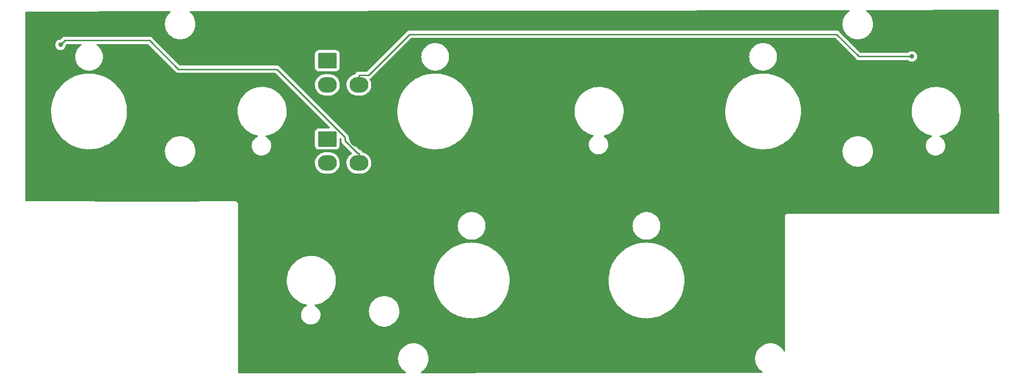
<source format=gbr>
%TF.GenerationSoftware,KiCad,Pcbnew,(6.0.9)*%
%TF.CreationDate,2023-01-06T21:05:43-09:00*%
%TF.ProjectId,HUD PANEL,48554420-5041-44e4-954c-2e6b69636164,rev?*%
%TF.SameCoordinates,Original*%
%TF.FileFunction,Copper,L2,Bot*%
%TF.FilePolarity,Positive*%
%FSLAX46Y46*%
G04 Gerber Fmt 4.6, Leading zero omitted, Abs format (unit mm)*
G04 Created by KiCad (PCBNEW (6.0.9)) date 2023-01-06 21:05:43*
%MOMM*%
%LPD*%
G01*
G04 APERTURE LIST*
G04 Aperture macros list*
%AMRoundRect*
0 Rectangle with rounded corners*
0 $1 Rounding radius*
0 $2 $3 $4 $5 $6 $7 $8 $9 X,Y pos of 4 corners*
0 Add a 4 corners polygon primitive as box body*
4,1,4,$2,$3,$4,$5,$6,$7,$8,$9,$2,$3,0*
0 Add four circle primitives for the rounded corners*
1,1,$1+$1,$2,$3*
1,1,$1+$1,$4,$5*
1,1,$1+$1,$6,$7*
1,1,$1+$1,$8,$9*
0 Add four rect primitives between the rounded corners*
20,1,$1+$1,$2,$3,$4,$5,0*
20,1,$1+$1,$4,$5,$6,$7,0*
20,1,$1+$1,$6,$7,$8,$9,0*
20,1,$1+$1,$8,$9,$2,$3,0*%
G04 Aperture macros list end*
%TA.AperFunction,ComponentPad*%
%ADD10RoundRect,0.250001X-1.399999X1.099999X-1.399999X-1.099999X1.399999X-1.099999X1.399999X1.099999X0*%
%TD*%
%TA.AperFunction,ComponentPad*%
%ADD11O,3.300000X2.700000*%
%TD*%
%TA.AperFunction,ViaPad*%
%ADD12C,1.500000*%
%TD*%
%TA.AperFunction,ViaPad*%
%ADD13C,0.800000*%
%TD*%
%TA.AperFunction,Conductor*%
%ADD14C,0.250000*%
%TD*%
G04 APERTURE END LIST*
D10*
%TO.P,J2,1,Pin_1*%
%TO.N,/LED+5V*%
X120900000Y-47650000D03*
D11*
%TO.P,J2,2,Pin_2*%
X120900000Y-51850000D03*
%TO.P,J2,3,Pin_3*%
%TO.N,/LEDGND*%
X126400000Y-47650000D03*
%TO.P,J2,4,Pin_4*%
%TO.N,/DATAOUT*%
X126400000Y-51850000D03*
%TD*%
D10*
%TO.P,J1,1,Pin_1*%
%TO.N,/LED+5V*%
X120900000Y-61300000D03*
D11*
%TO.P,J1,2,Pin_2*%
X120900000Y-65500000D03*
%TO.P,J1,3,Pin_3*%
%TO.N,/LEDGND*%
X126400000Y-61300000D03*
%TO.P,J1,4,Pin_4*%
%TO.N,/DATAIN*%
X126400000Y-65500000D03*
%TD*%
D12*
%TO.N,/LEDGND*%
X130302000Y-58038800D03*
X186366000Y-58350000D03*
X144702000Y-68150000D03*
X152273000Y-78232000D03*
X89535000Y-48514000D03*
X201059000Y-67800000D03*
X105664000Y-46228000D03*
X186182000Y-77089000D03*
X148200000Y-47126000D03*
X162459000Y-46000000D03*
X181483000Y-55626000D03*
X176752000Y-97250000D03*
X194088000Y-67850000D03*
X76800000Y-69942000D03*
X233942000Y-70350000D03*
X136398000Y-86995000D03*
X227330000Y-46482000D03*
X152150000Y-57146000D03*
X167259000Y-65659000D03*
X166616000Y-83050000D03*
X202819000Y-48895000D03*
X207347000Y-60750000D03*
X126620000Y-87250000D03*
X192339000Y-94300000D03*
X90297000Y-62103000D03*
X125222000Y-77216000D03*
X187579000Y-88265000D03*
X156464000Y-88138000D03*
X178950000Y-65158000D03*
X107061000Y-70866000D03*
X133985000Y-48387000D03*
X167513000Y-92964000D03*
X225069000Y-71272000D03*
X170815000Y-76327000D03*
X160927000Y-55100000D03*
X207137000Y-54737000D03*
X115000000Y-98868000D03*
X114874000Y-77150000D03*
X146304000Y-98044000D03*
X125476000Y-99949000D03*
X190963000Y-48850000D03*
X108814000Y-65303000D03*
X173406000Y-46050000D03*
X159604000Y-81950000D03*
X86995000Y-68580000D03*
X109728000Y-86868000D03*
X194795000Y-82400000D03*
X185547000Y-94996000D03*
X195114000Y-88350000D03*
X94361000Y-54483000D03*
X135509000Y-68072000D03*
X140140000Y-78300000D03*
X160655000Y-94234000D03*
X69977000Y-50419000D03*
X113820000Y-46200000D03*
X226060000Y-65786000D03*
D13*
%TO.N,/DATAIN*%
X74399400Y-44856300D03*
%TO.N,/DATAOUT*%
X222776000Y-46898500D03*
%TD*%
D14*
%TO.N,/DATAIN*%
X123972100Y-61606200D02*
X126190600Y-63824700D01*
X126400000Y-65500000D02*
X126400000Y-63824700D01*
X75174300Y-44081400D02*
X89916400Y-44081400D01*
X94943800Y-49108800D02*
X112074600Y-49108800D01*
X89916400Y-44081400D02*
X94943800Y-49108800D01*
X112074600Y-49108800D02*
X123972100Y-61006300D01*
X74399400Y-44856300D02*
X75174300Y-44081400D01*
X126190600Y-63824700D02*
X126400000Y-63824700D01*
X123972100Y-61006300D02*
X123972100Y-61606200D01*
%TO.N,/DATAOUT*%
X126400000Y-51850000D02*
X126400000Y-50174700D01*
X222776000Y-46898500D02*
X213548300Y-46898500D01*
X135234200Y-43015800D02*
X128075300Y-50174700D01*
X213548300Y-46898500D02*
X209665600Y-43015800D01*
X209665600Y-43015800D02*
X135234200Y-43015800D01*
X128075300Y-50174700D02*
X126400000Y-50174700D01*
%TD*%
%TA.AperFunction,Conductor*%
%TO.N,/LEDGND*%
G36*
X237839630Y-38781705D02*
G01*
X237886199Y-38835294D01*
X237897660Y-38887449D01*
X237898517Y-39196230D01*
X237995590Y-74191200D01*
X237995737Y-74244350D01*
X237975923Y-74312526D01*
X237922397Y-74359168D01*
X237869737Y-74370700D01*
X201176623Y-74370700D01*
X201175853Y-74370698D01*
X201175037Y-74370693D01*
X201098279Y-74370224D01*
X201075918Y-74376615D01*
X201069847Y-74378350D01*
X201053085Y-74381928D01*
X201023813Y-74386120D01*
X201015645Y-74389834D01*
X201015644Y-74389834D01*
X201000438Y-74396748D01*
X200982914Y-74403196D01*
X200958229Y-74410251D01*
X200950635Y-74415043D01*
X200950632Y-74415044D01*
X200933220Y-74426030D01*
X200918137Y-74434169D01*
X200891218Y-74446408D01*
X200884416Y-74452269D01*
X200871765Y-74463170D01*
X200856761Y-74474273D01*
X200835042Y-74487976D01*
X200829103Y-74494701D01*
X200829099Y-74494704D01*
X200815468Y-74510138D01*
X200803276Y-74522182D01*
X200787673Y-74535627D01*
X200787671Y-74535630D01*
X200780873Y-74541487D01*
X200775993Y-74549016D01*
X200775992Y-74549017D01*
X200766906Y-74563035D01*
X200755615Y-74577909D01*
X200744569Y-74590417D01*
X200738622Y-74597151D01*
X200726058Y-74623911D01*
X200717737Y-74638891D01*
X200706529Y-74656183D01*
X200706527Y-74656188D01*
X200701648Y-74663715D01*
X200699078Y-74672308D01*
X200699076Y-74672313D01*
X200694289Y-74688320D01*
X200687628Y-74705764D01*
X200676719Y-74729000D01*
X200675338Y-74737867D01*
X200675338Y-74737868D01*
X200672170Y-74758215D01*
X200668387Y-74774932D01*
X200662485Y-74794666D01*
X200662484Y-74794672D01*
X200659914Y-74803266D01*
X200659727Y-74833968D01*
X200659704Y-74837697D01*
X200659671Y-74838489D01*
X200659500Y-74839586D01*
X200659500Y-74870577D01*
X200659498Y-74871347D01*
X200659024Y-74948921D01*
X200659408Y-74950265D01*
X200659500Y-74951610D01*
X200659500Y-98274651D01*
X200639498Y-98342772D01*
X200585842Y-98389265D01*
X200515568Y-98399369D01*
X200450988Y-98369875D01*
X200425554Y-98339640D01*
X200386427Y-98274651D01*
X200317132Y-98159552D01*
X200314805Y-98156568D01*
X200314800Y-98156561D01*
X200122143Y-97909527D01*
X200122141Y-97909524D01*
X200119807Y-97906532D01*
X199893513Y-97679051D01*
X199641530Y-97480404D01*
X199615574Y-97464591D01*
X199370739Y-97315436D01*
X199367507Y-97313467D01*
X199364063Y-97311901D01*
X199364059Y-97311899D01*
X199254815Y-97262229D01*
X199075414Y-97180661D01*
X198769481Y-97083907D01*
X198454140Y-97024607D01*
X198133959Y-97003622D01*
X198130179Y-97003830D01*
X198130178Y-97003830D01*
X198016907Y-97010063D01*
X197813576Y-97021253D01*
X197497631Y-97077247D01*
X197494006Y-97078352D01*
X197494001Y-97078353D01*
X197253861Y-97151543D01*
X197190702Y-97170792D01*
X196897234Y-97300533D01*
X196787665Y-97365720D01*
X196624733Y-97462654D01*
X196624727Y-97462658D01*
X196621478Y-97464591D01*
X196618486Y-97466899D01*
X196618482Y-97466902D01*
X196421123Y-97619163D01*
X196367428Y-97660588D01*
X196364726Y-97663248D01*
X196364719Y-97663254D01*
X196141473Y-97883021D01*
X196138765Y-97885687D01*
X195938801Y-98136627D01*
X195770433Y-98409772D01*
X195768844Y-98413219D01*
X195637685Y-98697722D01*
X195637681Y-98697732D01*
X195636098Y-98701166D01*
X195634939Y-98704766D01*
X195634936Y-98704773D01*
X195564606Y-98923171D01*
X195537744Y-99006588D01*
X195537025Y-99010304D01*
X195537023Y-99010312D01*
X195477513Y-99317896D01*
X195476794Y-99321614D01*
X195454132Y-99641681D01*
X195454321Y-99645473D01*
X195455522Y-99669599D01*
X195458302Y-99725432D01*
X195470086Y-99962152D01*
X195470729Y-99965892D01*
X195507119Y-100177669D01*
X195524425Y-100278386D01*
X195525513Y-100282025D01*
X195525514Y-100282028D01*
X195565589Y-100416027D01*
X195616362Y-100585801D01*
X195617875Y-100589272D01*
X195617877Y-100589278D01*
X195651939Y-100667428D01*
X195744564Y-100879944D01*
X195746487Y-100883215D01*
X195746489Y-100883219D01*
X195905253Y-101153285D01*
X195905258Y-101153293D01*
X195907176Y-101156555D01*
X195909477Y-101159570D01*
X196011695Y-101293507D01*
X196101841Y-101411627D01*
X196104489Y-101414346D01*
X196104494Y-101414351D01*
X196323093Y-101638750D01*
X196325739Y-101641466D01*
X196328683Y-101643837D01*
X196328686Y-101643840D01*
X196572675Y-101840363D01*
X196572680Y-101840367D01*
X196575628Y-101842741D01*
X196578850Y-101844750D01*
X196578855Y-101844754D01*
X196711972Y-101927773D01*
X196759189Y-101980792D01*
X196770245Y-102050923D01*
X196741631Y-102115898D01*
X196682431Y-102155088D01*
X196645362Y-102160685D01*
X156122830Y-102182058D01*
X137313618Y-102191978D01*
X137245488Y-102172012D01*
X137198967Y-102118381D01*
X137188826Y-102048112D01*
X137218285Y-101983516D01*
X137250268Y-101957024D01*
X137306823Y-101924174D01*
X137365350Y-101890179D01*
X137368372Y-101887898D01*
X137368376Y-101887895D01*
X137618414Y-101699135D01*
X137618415Y-101699134D01*
X137621438Y-101696852D01*
X137852445Y-101474160D01*
X137854839Y-101471219D01*
X137854844Y-101471214D01*
X138052632Y-101228269D01*
X138052635Y-101228265D01*
X138055026Y-101225328D01*
X138154516Y-101067646D01*
X138224219Y-100957174D01*
X138224221Y-100957171D01*
X138226246Y-100953961D01*
X138363624Y-100663990D01*
X138465172Y-100359614D01*
X138529417Y-100045244D01*
X138555429Y-99725432D01*
X138556014Y-99669599D01*
X138554103Y-99637892D01*
X138536933Y-99353091D01*
X138536933Y-99353087D01*
X138536705Y-99349313D01*
X138479058Y-99033665D01*
X138383907Y-98727230D01*
X138370677Y-98697722D01*
X138367890Y-98691507D01*
X138252631Y-98434445D01*
X138087132Y-98159552D01*
X138084805Y-98156568D01*
X138084800Y-98156561D01*
X137892143Y-97909527D01*
X137892141Y-97909524D01*
X137889807Y-97906532D01*
X137663513Y-97679051D01*
X137411530Y-97480404D01*
X137385574Y-97464591D01*
X137140739Y-97315436D01*
X137137507Y-97313467D01*
X137134063Y-97311901D01*
X137134059Y-97311899D01*
X137024815Y-97262229D01*
X136845414Y-97180661D01*
X136539481Y-97083907D01*
X136224140Y-97024607D01*
X135903959Y-97003622D01*
X135900179Y-97003830D01*
X135900178Y-97003830D01*
X135786907Y-97010063D01*
X135583576Y-97021253D01*
X135267631Y-97077247D01*
X135264006Y-97078352D01*
X135264001Y-97078353D01*
X135023861Y-97151543D01*
X134960702Y-97170792D01*
X134667234Y-97300533D01*
X134557665Y-97365720D01*
X134394733Y-97462654D01*
X134394727Y-97462658D01*
X134391478Y-97464591D01*
X134388486Y-97466899D01*
X134388482Y-97466902D01*
X134191123Y-97619163D01*
X134137428Y-97660588D01*
X134134726Y-97663248D01*
X134134719Y-97663254D01*
X133911473Y-97883021D01*
X133908765Y-97885687D01*
X133708801Y-98136627D01*
X133540433Y-98409772D01*
X133538844Y-98413219D01*
X133407685Y-98697722D01*
X133407681Y-98697732D01*
X133406098Y-98701166D01*
X133404939Y-98704766D01*
X133404936Y-98704773D01*
X133334606Y-98923171D01*
X133307744Y-99006588D01*
X133307025Y-99010304D01*
X133307023Y-99010312D01*
X133247513Y-99317896D01*
X133246794Y-99321614D01*
X133224132Y-99641681D01*
X133224321Y-99645473D01*
X133225522Y-99669599D01*
X133228302Y-99725432D01*
X133240086Y-99962152D01*
X133240729Y-99965892D01*
X133277119Y-100177669D01*
X133294425Y-100278386D01*
X133295513Y-100282025D01*
X133295514Y-100282028D01*
X133335589Y-100416027D01*
X133386362Y-100585801D01*
X133387875Y-100589272D01*
X133387877Y-100589278D01*
X133421939Y-100667428D01*
X133514564Y-100879944D01*
X133516487Y-100883215D01*
X133516489Y-100883219D01*
X133675253Y-101153285D01*
X133675258Y-101153293D01*
X133677176Y-101156555D01*
X133679477Y-101159570D01*
X133781695Y-101293507D01*
X133871841Y-101411627D01*
X133874489Y-101414346D01*
X133874494Y-101414351D01*
X134093093Y-101638750D01*
X134095739Y-101641466D01*
X134098683Y-101643837D01*
X134098686Y-101643840D01*
X134342675Y-101840363D01*
X134342680Y-101840367D01*
X134345628Y-101842741D01*
X134348850Y-101844750D01*
X134348855Y-101844754D01*
X134534555Y-101960567D01*
X134581772Y-102013587D01*
X134592828Y-102083717D01*
X134564214Y-102148692D01*
X134505014Y-102187882D01*
X134467945Y-102193479D01*
X118888160Y-102201696D01*
X105484692Y-102208766D01*
X105416562Y-102188800D01*
X105370041Y-102135169D01*
X105358627Y-102082979D01*
X105358574Y-102051340D01*
X105331215Y-85882546D01*
X113828449Y-85882546D01*
X113830384Y-86005713D01*
X113834788Y-86286073D01*
X113835115Y-86289032D01*
X113835115Y-86289037D01*
X113867420Y-86581649D01*
X113879074Y-86687212D01*
X113879676Y-86690120D01*
X113879677Y-86690125D01*
X113960218Y-87079041D01*
X113960914Y-87082403D01*
X113961787Y-87085239D01*
X113961787Y-87085241D01*
X114060667Y-87406654D01*
X114079582Y-87468139D01*
X114234024Y-87840995D01*
X114422870Y-88197662D01*
X114424495Y-88200136D01*
X114424501Y-88200146D01*
X114498167Y-88312291D01*
X114644442Y-88534974D01*
X114798777Y-88727615D01*
X114874062Y-88821586D01*
X114896775Y-88849937D01*
X115177630Y-89139756D01*
X115179884Y-89141681D01*
X115474648Y-89393433D01*
X115484512Y-89401858D01*
X115814698Y-89633917D01*
X115991903Y-89734993D01*
X116162681Y-89832403D01*
X116162686Y-89832406D01*
X116165257Y-89833872D01*
X116533078Y-89999950D01*
X116535888Y-90000912D01*
X116912091Y-90129715D01*
X116912098Y-90129717D01*
X116914896Y-90130675D01*
X117299314Y-90222967D01*
X117360882Y-90258318D01*
X117393565Y-90321345D01*
X117386984Y-90392036D01*
X117343230Y-90447947D01*
X117322650Y-90459911D01*
X117295928Y-90472230D01*
X117179435Y-90525934D01*
X117175526Y-90528497D01*
X116972148Y-90661837D01*
X116972143Y-90661841D01*
X116968235Y-90664403D01*
X116779822Y-90832568D01*
X116618335Y-91026736D01*
X116615912Y-91030729D01*
X116567119Y-91111138D01*
X116487321Y-91242640D01*
X116485514Y-91246948D01*
X116485514Y-91246949D01*
X116391800Y-91470432D01*
X116389659Y-91475537D01*
X116388508Y-91480069D01*
X116388507Y-91480072D01*
X116366915Y-91565092D01*
X116327494Y-91720312D01*
X116302192Y-91971586D01*
X116303991Y-92009046D01*
X116314309Y-92223841D01*
X116315222Y-92228431D01*
X116341401Y-92360040D01*
X116363578Y-92471534D01*
X116365157Y-92475932D01*
X116365159Y-92475939D01*
X116427802Y-92650413D01*
X116448917Y-92709223D01*
X116568452Y-92931688D01*
X116571247Y-92935432D01*
X116571249Y-92935434D01*
X116663333Y-93058749D01*
X116719556Y-93134041D01*
X116722863Y-93137319D01*
X116722868Y-93137325D01*
X116817858Y-93231489D01*
X116898910Y-93311836D01*
X116902677Y-93314598D01*
X116902678Y-93314599D01*
X117079342Y-93444135D01*
X117102573Y-93461169D01*
X117106716Y-93463349D01*
X117106718Y-93463350D01*
X117321923Y-93576575D01*
X117321928Y-93576577D01*
X117326073Y-93578758D01*
X117330496Y-93580303D01*
X117330497Y-93580303D01*
X117560081Y-93660477D01*
X117560087Y-93660479D01*
X117564498Y-93662019D01*
X117569091Y-93662891D01*
X117808022Y-93708254D01*
X117808025Y-93708254D01*
X117812611Y-93709125D01*
X117932641Y-93713841D01*
X118060294Y-93718857D01*
X118060299Y-93718857D01*
X118064962Y-93719040D01*
X118163448Y-93708254D01*
X118311353Y-93692056D01*
X118311358Y-93692055D01*
X118316006Y-93691546D01*
X118320530Y-93690355D01*
X118555706Y-93628439D01*
X118555709Y-93628438D01*
X118560229Y-93627248D01*
X118792265Y-93527557D01*
X119007018Y-93394664D01*
X119199769Y-93231489D01*
X119366283Y-93041615D01*
X119502904Y-92829215D01*
X119606629Y-92598953D01*
X119675180Y-92355890D01*
X119704329Y-92126761D01*
X119706653Y-92108495D01*
X119706653Y-92108489D01*
X119707051Y-92105364D01*
X119709386Y-92016189D01*
X119702436Y-91922669D01*
X119691016Y-91768990D01*
X119691015Y-91768986D01*
X119690670Y-91764338D01*
X119634934Y-91518020D01*
X119633241Y-91513666D01*
X119583859Y-91386681D01*
X128144132Y-91386681D01*
X128144321Y-91390473D01*
X128145522Y-91414599D01*
X128159424Y-91693850D01*
X128160086Y-91707152D01*
X128173729Y-91786547D01*
X128212637Y-92012979D01*
X128214425Y-92023386D01*
X128215513Y-92027025D01*
X128215514Y-92027028D01*
X128297162Y-92300037D01*
X128306362Y-92330801D01*
X128307875Y-92334272D01*
X128307877Y-92334278D01*
X128351784Y-92435016D01*
X128434564Y-92624944D01*
X128436487Y-92628215D01*
X128436489Y-92628219D01*
X128595253Y-92898285D01*
X128595258Y-92898293D01*
X128597176Y-92901555D01*
X128599477Y-92904570D01*
X128771750Y-93130301D01*
X128791841Y-93156627D01*
X128794489Y-93159346D01*
X128794494Y-93159351D01*
X129013093Y-93383750D01*
X129015739Y-93386466D01*
X129018683Y-93388837D01*
X129018686Y-93388840D01*
X129262675Y-93585363D01*
X129262680Y-93585367D01*
X129265628Y-93587741D01*
X129537888Y-93757538D01*
X129828575Y-93893396D01*
X129832185Y-93894579D01*
X129832189Y-93894581D01*
X130129874Y-93992167D01*
X130129881Y-93992169D01*
X130133478Y-93993348D01*
X130448180Y-94055947D01*
X130582668Y-94066177D01*
X130764347Y-94079997D01*
X130764352Y-94079997D01*
X130768124Y-94080284D01*
X131088674Y-94066008D01*
X131092423Y-94065384D01*
X131401447Y-94013949D01*
X131401452Y-94013948D01*
X131405188Y-94013326D01*
X131540565Y-93973611D01*
X131709454Y-93924064D01*
X131709458Y-93924063D01*
X131713080Y-93923000D01*
X132007891Y-93796340D01*
X132285350Y-93635179D01*
X132288372Y-93632898D01*
X132288376Y-93632895D01*
X132538414Y-93444135D01*
X132538415Y-93444134D01*
X132541438Y-93441852D01*
X132772445Y-93219160D01*
X132774839Y-93216219D01*
X132774844Y-93216214D01*
X132972632Y-92973269D01*
X132972635Y-92973265D01*
X132975026Y-92970328D01*
X132977047Y-92967125D01*
X133144219Y-92702174D01*
X133144221Y-92702171D01*
X133146246Y-92698961D01*
X133149543Y-92692003D01*
X133214935Y-92553975D01*
X133283624Y-92408990D01*
X133299706Y-92360788D01*
X133352066Y-92203844D01*
X133385172Y-92104614D01*
X133449417Y-91790244D01*
X133475429Y-91470432D01*
X133476014Y-91414599D01*
X133475812Y-91411238D01*
X133456933Y-91098091D01*
X133456933Y-91098087D01*
X133456705Y-91094313D01*
X133399058Y-90778665D01*
X133303907Y-90472230D01*
X133290677Y-90442722D01*
X133227027Y-90300764D01*
X133172631Y-90179445D01*
X133007132Y-89904552D01*
X133004805Y-89901568D01*
X133004800Y-89901561D01*
X132812143Y-89654527D01*
X132812141Y-89654524D01*
X132809807Y-89651532D01*
X132583513Y-89424051D01*
X132331530Y-89225404D01*
X132308348Y-89211281D01*
X132060739Y-89060436D01*
X132057507Y-89058467D01*
X132054063Y-89056901D01*
X132054059Y-89056899D01*
X131944815Y-89007229D01*
X131765414Y-88925661D01*
X131459481Y-88828907D01*
X131144140Y-88769607D01*
X130823959Y-88748622D01*
X130820179Y-88748830D01*
X130820178Y-88748830D01*
X130706907Y-88755063D01*
X130503576Y-88766253D01*
X130187631Y-88822247D01*
X130184006Y-88823352D01*
X130184001Y-88823353D01*
X129959599Y-88891746D01*
X129880702Y-88915792D01*
X129587234Y-89045533D01*
X129480263Y-89109174D01*
X129314733Y-89207654D01*
X129314727Y-89207658D01*
X129311478Y-89209591D01*
X129308486Y-89211899D01*
X129308482Y-89211902D01*
X129280832Y-89233234D01*
X129057428Y-89405588D01*
X129054726Y-89408248D01*
X129054719Y-89408254D01*
X128831473Y-89628021D01*
X128828765Y-89630687D01*
X128826401Y-89633654D01*
X128826398Y-89633657D01*
X128824423Y-89636136D01*
X128628801Y-89881627D01*
X128460433Y-90154772D01*
X128458844Y-90158219D01*
X128327685Y-90442722D01*
X128327681Y-90442732D01*
X128326098Y-90446166D01*
X128324939Y-90449766D01*
X128324936Y-90449773D01*
X128233156Y-90734781D01*
X128227744Y-90751588D01*
X128227025Y-90755304D01*
X128227023Y-90755312D01*
X128195272Y-90919421D01*
X128166794Y-91066614D01*
X128166527Y-91070390D01*
X128166526Y-91070395D01*
X128144400Y-91382892D01*
X128144132Y-91386681D01*
X119583859Y-91386681D01*
X119545095Y-91286999D01*
X119545094Y-91286997D01*
X119543402Y-91282646D01*
X119445378Y-91111139D01*
X119420404Y-91067443D01*
X119420402Y-91067441D01*
X119418085Y-91063386D01*
X119261736Y-90865058D01*
X119168946Y-90777770D01*
X119081190Y-90695218D01*
X119081188Y-90695216D01*
X119077789Y-90692019D01*
X118870286Y-90548069D01*
X118736835Y-90482258D01*
X118684588Y-90434190D01*
X118666621Y-90365505D01*
X118688640Y-90298009D01*
X118743655Y-90253133D01*
X118774811Y-90244510D01*
X118851678Y-90233571D01*
X118909743Y-90225307D01*
X118909746Y-90225306D01*
X118912679Y-90224889D01*
X118915554Y-90224199D01*
X118915558Y-90224198D01*
X119087515Y-90182914D01*
X119305104Y-90130675D01*
X119307902Y-90129717D01*
X119307909Y-90129715D01*
X119684112Y-90000912D01*
X119686922Y-89999950D01*
X120054743Y-89833872D01*
X120057314Y-89832406D01*
X120057319Y-89832403D01*
X120228097Y-89734993D01*
X120405302Y-89633917D01*
X120735488Y-89401858D01*
X120745353Y-89393433D01*
X121040116Y-89141681D01*
X121042370Y-89139756D01*
X121323225Y-88849937D01*
X121345939Y-88821586D01*
X121421223Y-88727615D01*
X121575558Y-88534974D01*
X121721833Y-88312291D01*
X121795499Y-88200146D01*
X121795505Y-88200136D01*
X121797130Y-88197662D01*
X121985976Y-87840995D01*
X122140418Y-87468139D01*
X122159334Y-87406654D01*
X122258213Y-87085241D01*
X122258213Y-87085239D01*
X122259086Y-87082403D01*
X122259783Y-87079041D01*
X122340323Y-86690125D01*
X122340324Y-86690120D01*
X122340926Y-86687212D01*
X122352321Y-86584001D01*
X122384941Y-86288532D01*
X122384942Y-86288520D01*
X122385212Y-86286073D01*
X122391490Y-86086311D01*
X139441012Y-86086311D01*
X139448926Y-86251079D01*
X139464805Y-86581649D01*
X139525671Y-87073810D01*
X139526133Y-87076112D01*
X139526135Y-87076124D01*
X139574107Y-87315113D01*
X139623267Y-87560021D01*
X139623906Y-87562302D01*
X139748565Y-88007278D01*
X139757044Y-88037546D01*
X139926248Y-88503697D01*
X140129927Y-88955849D01*
X140131057Y-88957926D01*
X140131063Y-88957938D01*
X140365806Y-89389382D01*
X140365813Y-89389393D01*
X140366935Y-89391456D01*
X140635937Y-89808066D01*
X140637357Y-89809941D01*
X140637359Y-89809943D01*
X140933998Y-90201459D01*
X140935419Y-90203335D01*
X141126952Y-90420204D01*
X141262126Y-90573259D01*
X141263695Y-90575036D01*
X141618916Y-90921077D01*
X141999083Y-91239510D01*
X142402055Y-91528542D01*
X142825565Y-91786547D01*
X142827667Y-91787620D01*
X142827670Y-91787622D01*
X143265138Y-92011004D01*
X143265153Y-92011011D01*
X143267227Y-92012070D01*
X143269387Y-92012976D01*
X143269394Y-92012979D01*
X143545040Y-92128567D01*
X143724555Y-92203844D01*
X144194975Y-92360788D01*
X144675839Y-92482019D01*
X144678147Y-92482420D01*
X144678153Y-92482421D01*
X144945232Y-92528793D01*
X145164438Y-92566854D01*
X145166785Y-92567082D01*
X145166792Y-92567083D01*
X145655662Y-92614586D01*
X145655673Y-92614587D01*
X145658023Y-92614815D01*
X145660381Y-92614866D01*
X145660390Y-92614867D01*
X145951538Y-92621220D01*
X146153815Y-92625634D01*
X146386103Y-92613257D01*
X146646678Y-92599373D01*
X146646681Y-92599373D01*
X146649022Y-92599248D01*
X146913427Y-92565142D01*
X147138511Y-92536109D01*
X147138521Y-92536107D01*
X147140857Y-92535806D01*
X147626551Y-92435665D01*
X147628815Y-92435018D01*
X147628823Y-92435016D01*
X148101103Y-92300038D01*
X148101112Y-92300035D01*
X148103369Y-92299390D01*
X148105572Y-92298577D01*
X148105579Y-92298575D01*
X148566397Y-92128570D01*
X148566404Y-92128567D01*
X148568627Y-92127747D01*
X149019707Y-91921703D01*
X149021750Y-91920578D01*
X149021765Y-91920570D01*
X149452004Y-91683555D01*
X149452014Y-91683549D01*
X149454067Y-91682418D01*
X149641868Y-91559758D01*
X149867273Y-91412538D01*
X149867278Y-91412535D01*
X149869263Y-91411238D01*
X150008275Y-91304763D01*
X150261068Y-91111139D01*
X150261074Y-91111134D01*
X150262958Y-91109691D01*
X150632935Y-90779473D01*
X150856010Y-90548069D01*
X150975464Y-90424155D01*
X150975470Y-90424149D01*
X150977112Y-90422445D01*
X151293550Y-90040616D01*
X151580468Y-89636136D01*
X151721515Y-89401858D01*
X151835029Y-89213311D01*
X151835031Y-89213308D01*
X151836251Y-89211281D01*
X151838080Y-89207654D01*
X152058394Y-88770559D01*
X152058395Y-88770558D01*
X152059460Y-88768444D01*
X152248836Y-88310118D01*
X152403315Y-87838883D01*
X152509881Y-87406653D01*
X152521463Y-87359675D01*
X152521464Y-87359672D01*
X152522026Y-87357391D01*
X152604302Y-86868354D01*
X152604518Y-86866000D01*
X152604520Y-86865987D01*
X152649490Y-86376569D01*
X152649678Y-86374525D01*
X152657477Y-86086311D01*
X169921013Y-86086311D01*
X169928927Y-86251079D01*
X169944806Y-86581649D01*
X170005672Y-87073810D01*
X170006134Y-87076112D01*
X170006136Y-87076124D01*
X170054108Y-87315113D01*
X170103268Y-87560021D01*
X170103907Y-87562302D01*
X170228566Y-88007278D01*
X170237045Y-88037546D01*
X170237852Y-88039769D01*
X170405443Y-88501476D01*
X170405445Y-88501480D01*
X170406249Y-88503696D01*
X170407220Y-88505852D01*
X170407221Y-88505854D01*
X170535453Y-88790519D01*
X170609928Y-88955848D01*
X170611058Y-88957925D01*
X170611064Y-88957937D01*
X170845807Y-89389381D01*
X170845808Y-89389382D01*
X170846936Y-89391455D01*
X171115938Y-89808066D01*
X171117358Y-89809941D01*
X171117360Y-89809943D01*
X171394852Y-90176187D01*
X171415420Y-90203334D01*
X171416977Y-90205097D01*
X171722230Y-90550730D01*
X171743695Y-90575035D01*
X172098916Y-90921076D01*
X172100737Y-90922601D01*
X172100740Y-90922604D01*
X172220768Y-91023141D01*
X172479083Y-91239509D01*
X172882056Y-91528541D01*
X173305565Y-91786546D01*
X173423078Y-91846551D01*
X173745138Y-92011003D01*
X173745153Y-92011010D01*
X173747227Y-92012069D01*
X173749387Y-92012975D01*
X173749394Y-92012978D01*
X174025043Y-92128567D01*
X174204556Y-92203843D01*
X174674976Y-92360787D01*
X175155839Y-92482018D01*
X175158147Y-92482419D01*
X175158153Y-92482420D01*
X175425129Y-92528774D01*
X175644439Y-92566853D01*
X175646786Y-92567081D01*
X175646793Y-92567082D01*
X176135662Y-92614585D01*
X176135673Y-92614586D01*
X176138023Y-92614814D01*
X176140381Y-92614865D01*
X176140390Y-92614866D01*
X176431538Y-92621219D01*
X176633815Y-92625633D01*
X176866103Y-92613256D01*
X177126678Y-92599372D01*
X177126681Y-92599372D01*
X177129022Y-92599247D01*
X177393427Y-92565141D01*
X177618511Y-92536108D01*
X177618521Y-92536106D01*
X177620857Y-92535805D01*
X178106551Y-92435664D01*
X178108815Y-92435017D01*
X178108823Y-92435015D01*
X178581103Y-92300037D01*
X178581112Y-92300034D01*
X178583369Y-92299389D01*
X178585572Y-92298576D01*
X178585579Y-92298574D01*
X179046402Y-92128567D01*
X179046406Y-92128566D01*
X179048627Y-92127746D01*
X179115597Y-92097155D01*
X179497533Y-91922695D01*
X179497542Y-91922690D01*
X179499706Y-91921702D01*
X179785360Y-91764338D01*
X179932003Y-91683554D01*
X179932013Y-91683548D01*
X179934066Y-91682417D01*
X180100076Y-91573990D01*
X180347273Y-91412537D01*
X180347278Y-91412534D01*
X180349263Y-91411237D01*
X180569381Y-91242640D01*
X180741068Y-91111138D01*
X180741074Y-91111133D01*
X180742958Y-91109690D01*
X181112935Y-90779473D01*
X181117221Y-90775027D01*
X181455463Y-90424155D01*
X181455469Y-90424149D01*
X181457111Y-90422445D01*
X181773549Y-90040616D01*
X181802395Y-89999950D01*
X182059108Y-89638051D01*
X182059109Y-89638049D01*
X182060467Y-89636135D01*
X182186535Y-89426737D01*
X182315031Y-89213308D01*
X182315035Y-89213301D01*
X182316251Y-89211281D01*
X182318080Y-89207654D01*
X182464414Y-88917331D01*
X182539459Y-88768444D01*
X182728835Y-88310118D01*
X182883314Y-87838882D01*
X182989880Y-87406653D01*
X183001462Y-87359675D01*
X183001463Y-87359672D01*
X183002025Y-87357391D01*
X183084301Y-86868354D01*
X183084517Y-86866000D01*
X183084519Y-86865987D01*
X183129489Y-86376569D01*
X183129677Y-86374525D01*
X183139349Y-86017099D01*
X183139257Y-86014628D01*
X183120834Y-85523906D01*
X183120834Y-85523903D01*
X183120745Y-85521538D01*
X183065036Y-85028768D01*
X182972537Y-84541561D01*
X182843768Y-84062661D01*
X182837570Y-84045010D01*
X182724967Y-83724366D01*
X182679454Y-83594764D01*
X182678515Y-83592621D01*
X182678510Y-83592607D01*
X182481468Y-83142667D01*
X182481466Y-83142663D01*
X182480521Y-83140505D01*
X182248088Y-82702440D01*
X181983463Y-82283035D01*
X181982068Y-82281154D01*
X181982059Y-82281140D01*
X181689547Y-81886554D01*
X181689546Y-81886553D01*
X181688137Y-81884652D01*
X181538720Y-81711856D01*
X181365324Y-81511328D01*
X181365314Y-81511317D01*
X181363772Y-81509534D01*
X181012194Y-81159792D01*
X180635382Y-80837395D01*
X180557155Y-80780036D01*
X180237381Y-80545568D01*
X180237376Y-80545565D01*
X180235459Y-80544159D01*
X180210463Y-80528570D01*
X179816687Y-80282989D01*
X179816679Y-80282984D01*
X179814674Y-80281734D01*
X179375398Y-80051598D01*
X178981099Y-79881378D01*
X178922265Y-79855979D01*
X178922257Y-79855976D01*
X178920103Y-79855046D01*
X178512927Y-79714446D01*
X178453586Y-79693955D01*
X178453576Y-79693952D01*
X178451352Y-79693184D01*
X178449080Y-79692586D01*
X178449074Y-79692584D01*
X177974062Y-79567524D01*
X177974050Y-79567521D01*
X177971785Y-79566925D01*
X177969473Y-79566499D01*
X177969466Y-79566497D01*
X177715347Y-79519628D01*
X177484101Y-79476978D01*
X176991045Y-79423850D01*
X176988667Y-79423773D01*
X176988664Y-79423773D01*
X176497754Y-79407917D01*
X176497748Y-79407917D01*
X176495394Y-79407841D01*
X175999937Y-79429040D01*
X175997607Y-79429316D01*
X175997604Y-79429316D01*
X175532643Y-79484347D01*
X175507465Y-79487327D01*
X175156989Y-79555770D01*
X175023063Y-79581924D01*
X175023060Y-79581925D01*
X175020749Y-79582376D01*
X174542530Y-79713651D01*
X174540308Y-79714445D01*
X174540303Y-79714446D01*
X174077743Y-79879611D01*
X174075500Y-79880412D01*
X173806878Y-79999729D01*
X173624469Y-80080752D01*
X173624464Y-80080755D01*
X173622288Y-80081721D01*
X173620196Y-80082845D01*
X173620188Y-80082849D01*
X173259045Y-80276899D01*
X173185446Y-80316445D01*
X173183452Y-80317718D01*
X173183449Y-80317720D01*
X172769433Y-80581985D01*
X172769426Y-80581990D01*
X172767433Y-80583262D01*
X172765534Y-80584685D01*
X172765530Y-80584688D01*
X172607572Y-80703071D01*
X172370602Y-80880670D01*
X172368830Y-80882218D01*
X172368822Y-80882225D01*
X172049302Y-81161452D01*
X171997187Y-81206995D01*
X171995537Y-81208671D01*
X171995535Y-81208673D01*
X171650956Y-81558707D01*
X171650948Y-81558716D01*
X171649291Y-81560399D01*
X171647767Y-81562199D01*
X171647760Y-81562207D01*
X171388877Y-81868013D01*
X171328872Y-81938894D01*
X171327490Y-81940799D01*
X171327485Y-81940806D01*
X171183035Y-82139990D01*
X171037734Y-82340347D01*
X171036499Y-82342350D01*
X171036494Y-82342358D01*
X170778759Y-82760481D01*
X170778753Y-82760491D01*
X170777515Y-82762500D01*
X170549682Y-83202975D01*
X170548755Y-83205154D01*
X170548752Y-83205160D01*
X170375701Y-83611858D01*
X170355517Y-83659293D01*
X170196112Y-84128885D01*
X170195523Y-84131170D01*
X170195522Y-84131174D01*
X170147219Y-84318623D01*
X170072365Y-84609107D01*
X169984973Y-85097255D01*
X169934427Y-85590582D01*
X169934364Y-85592916D01*
X169934363Y-85592929D01*
X169932724Y-85653508D01*
X169921013Y-86086311D01*
X152657477Y-86086311D01*
X152659350Y-86017099D01*
X152659258Y-86014628D01*
X152640835Y-85523906D01*
X152640835Y-85523903D01*
X152640746Y-85521538D01*
X152585037Y-85028768D01*
X152492538Y-84541561D01*
X152363769Y-84062661D01*
X152357571Y-84045010D01*
X152244968Y-83724366D01*
X152199455Y-83594764D01*
X152198516Y-83592621D01*
X152198511Y-83592607D01*
X152001469Y-83142666D01*
X152001467Y-83142662D01*
X152000522Y-83140504D01*
X151768089Y-82702439D01*
X151766836Y-82700452D01*
X151766833Y-82700448D01*
X151555882Y-82366111D01*
X151503464Y-82283034D01*
X151502069Y-82281153D01*
X151502060Y-82281139D01*
X151209548Y-81886553D01*
X151208138Y-81884651D01*
X150933023Y-81566489D01*
X150885325Y-81511327D01*
X150885315Y-81511316D01*
X150883773Y-81509533D01*
X150532195Y-81159791D01*
X150155383Y-80837395D01*
X150077156Y-80780036D01*
X149972189Y-80703071D01*
X149755459Y-80544158D01*
X149334675Y-80281733D01*
X149332604Y-80280648D01*
X149332597Y-80280644D01*
X148897485Y-80052690D01*
X148895399Y-80051597D01*
X148667751Y-79953321D01*
X148442265Y-79855978D01*
X148442257Y-79855975D01*
X148440103Y-79855045D01*
X148205728Y-79774114D01*
X147973587Y-79693954D01*
X147973577Y-79693951D01*
X147971353Y-79693183D01*
X147969078Y-79692584D01*
X147969075Y-79692583D01*
X147494062Y-79567523D01*
X147494050Y-79567520D01*
X147491785Y-79566924D01*
X147489470Y-79566497D01*
X147489466Y-79566496D01*
X147235347Y-79519627D01*
X147004101Y-79476977D01*
X146511045Y-79423849D01*
X146508667Y-79423772D01*
X146508664Y-79423772D01*
X146017754Y-79407916D01*
X146017748Y-79407916D01*
X146015394Y-79407840D01*
X145519937Y-79429039D01*
X145517607Y-79429315D01*
X145517604Y-79429315D01*
X145111263Y-79477408D01*
X145027465Y-79487326D01*
X144676989Y-79555769D01*
X144543063Y-79581923D01*
X144543060Y-79581924D01*
X144540749Y-79582375D01*
X144062530Y-79713650D01*
X144060308Y-79714444D01*
X144060303Y-79714445D01*
X143663924Y-79855979D01*
X143595500Y-79880411D01*
X143326878Y-79999728D01*
X143144469Y-80080751D01*
X143144467Y-80080752D01*
X143142288Y-80081720D01*
X143140196Y-80082844D01*
X143140188Y-80082848D01*
X142707531Y-80315323D01*
X142707517Y-80315331D01*
X142705446Y-80316444D01*
X142287432Y-80583261D01*
X142285533Y-80584684D01*
X142285529Y-80584687D01*
X142217824Y-80635429D01*
X141890601Y-80880669D01*
X141888829Y-80882217D01*
X141888821Y-80882224D01*
X141518971Y-81205434D01*
X141517186Y-81206994D01*
X141169290Y-81560399D01*
X141167769Y-81562196D01*
X141167766Y-81562199D01*
X141020819Y-81735780D01*
X140848871Y-81938893D01*
X140847489Y-81940798D01*
X140847484Y-81940805D01*
X140559119Y-82338435D01*
X140559112Y-82338446D01*
X140557733Y-82340347D01*
X140556498Y-82342350D01*
X140556493Y-82342358D01*
X140298759Y-82760480D01*
X140298753Y-82760490D01*
X140297515Y-82762499D01*
X140069681Y-83202975D01*
X140068754Y-83205154D01*
X140068751Y-83205160D01*
X139895700Y-83611858D01*
X139875516Y-83659293D01*
X139716111Y-84128885D01*
X139715522Y-84131170D01*
X139715521Y-84131174D01*
X139667218Y-84318623D01*
X139592364Y-84609107D01*
X139504972Y-85097255D01*
X139454426Y-85590582D01*
X139454363Y-85592916D01*
X139454362Y-85592929D01*
X139452723Y-85653508D01*
X139441012Y-86086311D01*
X122391490Y-86086311D01*
X122393665Y-86017099D01*
X122374654Y-85613971D01*
X122317790Y-85214420D01*
X122223576Y-84821995D01*
X122179540Y-84693374D01*
X122093813Y-84442987D01*
X122092851Y-84440177D01*
X121926773Y-84072356D01*
X121860467Y-83956108D01*
X121752994Y-83767689D01*
X121726818Y-83721797D01*
X121494759Y-83391611D01*
X121407089Y-83288962D01*
X121265022Y-83122624D01*
X121232657Y-83084729D01*
X120942838Y-82803874D01*
X120936861Y-82799085D01*
X120816226Y-82702439D01*
X120627875Y-82551541D01*
X120510078Y-82474163D01*
X120293047Y-82331600D01*
X120293037Y-82331594D01*
X120290563Y-82329969D01*
X119933896Y-82141123D01*
X119561040Y-81986681D01*
X119558217Y-81985813D01*
X119558210Y-81985810D01*
X119178142Y-81868886D01*
X119178140Y-81868886D01*
X119175304Y-81868013D01*
X119172401Y-81867412D01*
X119172394Y-81867410D01*
X118783026Y-81786776D01*
X118783021Y-81786775D01*
X118780113Y-81786173D01*
X118777164Y-81785847D01*
X118777155Y-81785846D01*
X118381938Y-81742214D01*
X118381933Y-81742214D01*
X118378974Y-81741887D01*
X118375990Y-81741840D01*
X118375988Y-81741840D01*
X118284920Y-81740410D01*
X117975447Y-81735548D01*
X117972503Y-81735780D01*
X117972493Y-81735780D01*
X117584485Y-81766317D01*
X117573114Y-81767212D01*
X117175547Y-81836599D01*
X117172680Y-81837383D01*
X117172668Y-81837386D01*
X116789139Y-81942307D01*
X116789129Y-81942310D01*
X116786275Y-81943091D01*
X116783511Y-81944135D01*
X116783500Y-81944139D01*
X116411524Y-82084698D01*
X116408751Y-82085746D01*
X116046329Y-82263295D01*
X116043794Y-82264848D01*
X116043793Y-82264849D01*
X115937527Y-82329969D01*
X115702223Y-82474163D01*
X115699838Y-82475953D01*
X115699839Y-82475953D01*
X115381863Y-82714695D01*
X115381856Y-82714701D01*
X115379489Y-82716478D01*
X115377308Y-82718463D01*
X115377299Y-82718470D01*
X115150300Y-82925024D01*
X115080991Y-82988090D01*
X115079011Y-82990266D01*
X114811371Y-83284398D01*
X114811364Y-83284407D01*
X114809379Y-83286588D01*
X114807602Y-83288955D01*
X114807596Y-83288962D01*
X114728704Y-83394037D01*
X114567064Y-83609322D01*
X114356196Y-83953428D01*
X114354884Y-83956107D01*
X114354883Y-83956108D01*
X114271337Y-84126646D01*
X114178647Y-84315850D01*
X114177600Y-84318620D01*
X114177599Y-84318623D01*
X114037040Y-84690599D01*
X114037036Y-84690610D01*
X114035992Y-84693374D01*
X114035211Y-84696228D01*
X114035208Y-84696238D01*
X113930287Y-85079767D01*
X113930284Y-85079779D01*
X113929500Y-85082646D01*
X113860113Y-85480213D01*
X113859881Y-85483161D01*
X113846475Y-85653508D01*
X113828449Y-85882546D01*
X105331215Y-85882546D01*
X105315326Y-76492099D01*
X143631727Y-76492099D01*
X143650796Y-76795189D01*
X143707701Y-77093499D01*
X143801547Y-77382325D01*
X143803234Y-77385911D01*
X143803236Y-77385915D01*
X143929163Y-77653525D01*
X143929167Y-77653532D01*
X143930851Y-77657111D01*
X144093576Y-77913524D01*
X144287155Y-78147521D01*
X144508535Y-78355410D01*
X144754225Y-78533914D01*
X144757694Y-78535821D01*
X144757696Y-78535822D01*
X145020349Y-78680218D01*
X145024033Y-78681677D01*
X145024036Y-78681678D01*
X145168082Y-78738709D01*
X145302713Y-78792013D01*
X145306548Y-78792998D01*
X145306552Y-78792999D01*
X145449787Y-78829775D01*
X145596861Y-78867538D01*
X145600789Y-78868034D01*
X145600793Y-78868035D01*
X145720232Y-78883123D01*
X145898155Y-78905600D01*
X146201845Y-78905600D01*
X146379768Y-78883123D01*
X146499207Y-78868035D01*
X146499211Y-78868034D01*
X146503139Y-78867538D01*
X146650213Y-78829775D01*
X146793448Y-78792999D01*
X146793452Y-78792998D01*
X146797287Y-78792013D01*
X146931918Y-78738709D01*
X147075964Y-78681678D01*
X147075967Y-78681677D01*
X147079651Y-78680218D01*
X147342305Y-78535822D01*
X147342306Y-78535821D01*
X147345775Y-78533914D01*
X147591465Y-78355410D01*
X147812845Y-78147521D01*
X148006424Y-77913524D01*
X148169149Y-77657111D01*
X148170833Y-77653532D01*
X148170837Y-77653525D01*
X148296764Y-77385915D01*
X148296766Y-77385911D01*
X148298453Y-77382325D01*
X148392299Y-77093499D01*
X148449204Y-76795189D01*
X148468273Y-76492099D01*
X174111729Y-76492099D01*
X174130798Y-76795189D01*
X174187703Y-77093499D01*
X174281548Y-77382324D01*
X174283235Y-77385910D01*
X174283237Y-77385914D01*
X174409165Y-77653524D01*
X174409166Y-77653525D01*
X174410853Y-77657110D01*
X174573578Y-77913523D01*
X174767156Y-78147519D01*
X174988536Y-78355409D01*
X174991738Y-78357736D01*
X174991740Y-78357737D01*
X175084355Y-78425025D01*
X175234226Y-78533913D01*
X175237695Y-78535820D01*
X175237698Y-78535822D01*
X175496876Y-78678306D01*
X175500350Y-78680216D01*
X175782713Y-78792011D01*
X175786552Y-78792997D01*
X175786556Y-78792998D01*
X175923126Y-78828063D01*
X176076861Y-78867536D01*
X176080789Y-78868032D01*
X176080793Y-78868033D01*
X176200364Y-78883138D01*
X176378156Y-78905598D01*
X176681844Y-78905598D01*
X176859636Y-78883138D01*
X176979207Y-78868033D01*
X176979211Y-78868032D01*
X176983139Y-78867536D01*
X177136874Y-78828063D01*
X177273444Y-78792998D01*
X177273448Y-78792997D01*
X177277287Y-78792011D01*
X177559650Y-78680216D01*
X177563125Y-78678306D01*
X177822302Y-78535822D01*
X177822305Y-78535820D01*
X177825774Y-78533913D01*
X177975645Y-78425025D01*
X178068260Y-78357737D01*
X178068262Y-78357736D01*
X178071464Y-78355409D01*
X178292844Y-78147519D01*
X178486422Y-77913523D01*
X178649147Y-77657110D01*
X178650834Y-77653525D01*
X178650835Y-77653524D01*
X178776763Y-77385914D01*
X178776765Y-77385910D01*
X178778452Y-77382324D01*
X178872297Y-77093499D01*
X178929202Y-76795189D01*
X178948271Y-76492099D01*
X178929202Y-76189009D01*
X178872297Y-75890699D01*
X178778452Y-75601874D01*
X178776763Y-75598284D01*
X178650835Y-75330674D01*
X178650831Y-75330667D01*
X178649147Y-75327088D01*
X178638550Y-75310389D01*
X178543146Y-75160057D01*
X178486422Y-75070675D01*
X178292844Y-74836679D01*
X178071464Y-74628789D01*
X178068259Y-74626460D01*
X177908155Y-74510138D01*
X177825774Y-74450285D01*
X177818722Y-74446408D01*
X177563112Y-74305885D01*
X177563109Y-74305884D01*
X177559650Y-74303982D01*
X177277287Y-74192187D01*
X177273448Y-74191201D01*
X177273444Y-74191200D01*
X177136874Y-74156135D01*
X176983139Y-74116662D01*
X176979211Y-74116166D01*
X176979207Y-74116165D01*
X176859636Y-74101060D01*
X176681844Y-74078600D01*
X176378156Y-74078600D01*
X176200364Y-74101060D01*
X176080793Y-74116165D01*
X176080789Y-74116166D01*
X176076861Y-74116662D01*
X175923126Y-74156135D01*
X175786556Y-74191200D01*
X175786552Y-74191201D01*
X175782713Y-74192187D01*
X175500350Y-74303982D01*
X175496891Y-74305884D01*
X175496888Y-74305885D01*
X175241278Y-74446408D01*
X175234226Y-74450285D01*
X175151845Y-74510138D01*
X174991742Y-74626460D01*
X174988536Y-74628789D01*
X174767156Y-74836679D01*
X174573578Y-75070675D01*
X174516854Y-75160057D01*
X174421451Y-75310389D01*
X174410853Y-75327088D01*
X174409169Y-75330667D01*
X174409165Y-75330674D01*
X174283237Y-75598284D01*
X174281548Y-75601874D01*
X174187703Y-75890699D01*
X174130798Y-76189009D01*
X174113876Y-76457979D01*
X174111729Y-76492099D01*
X148468273Y-76492099D01*
X148449204Y-76189009D01*
X148392299Y-75890699D01*
X148298453Y-75601873D01*
X148225952Y-75447800D01*
X148170837Y-75330673D01*
X148170833Y-75330666D01*
X148169149Y-75327087D01*
X148006424Y-75070674D01*
X147812845Y-74836677D01*
X147591465Y-74628788D01*
X147584753Y-74623911D01*
X147521436Y-74577909D01*
X147345775Y-74450284D01*
X147342306Y-74448377D01*
X147342303Y-74448375D01*
X147083129Y-74305892D01*
X147083128Y-74305892D01*
X147079651Y-74303980D01*
X147075967Y-74302521D01*
X147075964Y-74302520D01*
X146929042Y-74244350D01*
X146797287Y-74192185D01*
X146793452Y-74191200D01*
X146793448Y-74191199D01*
X146650213Y-74154423D01*
X146503139Y-74116660D01*
X146499211Y-74116164D01*
X146499207Y-74116163D01*
X146379768Y-74101075D01*
X146201845Y-74078598D01*
X145898155Y-74078598D01*
X145720232Y-74101075D01*
X145600793Y-74116163D01*
X145600789Y-74116164D01*
X145596861Y-74116660D01*
X145449787Y-74154423D01*
X145306552Y-74191199D01*
X145306548Y-74191200D01*
X145302713Y-74192185D01*
X145170958Y-74244350D01*
X145024036Y-74302520D01*
X145024033Y-74302521D01*
X145020349Y-74303980D01*
X145016872Y-74305892D01*
X145016871Y-74305892D01*
X144757697Y-74448375D01*
X144757694Y-74448377D01*
X144754225Y-74450284D01*
X144578564Y-74577909D01*
X144515248Y-74623911D01*
X144508535Y-74628788D01*
X144287155Y-74836677D01*
X144093576Y-75070674D01*
X143930851Y-75327087D01*
X143929167Y-75330666D01*
X143929163Y-75330673D01*
X143874048Y-75447800D01*
X143801547Y-75601873D01*
X143707701Y-75890699D01*
X143650796Y-76189009D01*
X143633874Y-76457979D01*
X143631727Y-76492099D01*
X105315326Y-76492099D01*
X105308945Y-72721025D01*
X105308931Y-72621899D01*
X105301035Y-72594911D01*
X105297268Y-72577604D01*
X105294522Y-72558660D01*
X105293235Y-72549779D01*
X105281963Y-72525098D01*
X105275647Y-72508139D01*
X105270551Y-72490719D01*
X105270548Y-72490713D01*
X105268029Y-72482102D01*
X105252879Y-72458419D01*
X105244409Y-72442870D01*
X105236453Y-72425451D01*
X105236450Y-72425447D01*
X105232723Y-72417286D01*
X105214981Y-72396765D01*
X105204157Y-72382258D01*
X105194371Y-72366961D01*
X105189536Y-72359403D01*
X105182776Y-72353508D01*
X105182772Y-72353503D01*
X105168341Y-72340918D01*
X105155842Y-72328366D01*
X105143326Y-72313890D01*
X105137457Y-72307102D01*
X105114662Y-72292381D01*
X105100203Y-72281496D01*
X105086527Y-72269569D01*
X105086525Y-72269568D01*
X105079760Y-72263668D01*
X105054237Y-72251879D01*
X105038725Y-72243343D01*
X105022636Y-72232953D01*
X105022635Y-72232953D01*
X105015096Y-72228084D01*
X104989076Y-72220351D01*
X104972156Y-72213966D01*
X104947527Y-72202590D01*
X104919715Y-72198437D01*
X104902423Y-72194596D01*
X104884078Y-72189143D01*
X104884076Y-72189143D01*
X104875474Y-72186586D01*
X104866502Y-72186546D01*
X104866500Y-72186546D01*
X104840684Y-72186432D01*
X104838850Y-72186363D01*
X104836835Y-72186062D01*
X104831984Y-72186092D01*
X104831980Y-72186092D01*
X104808650Y-72186238D01*
X104804334Y-72186265D01*
X104803013Y-72186266D01*
X104779811Y-72186164D01*
X104736188Y-72185971D01*
X104736187Y-72185971D01*
X104729818Y-72185943D01*
X104727553Y-72186594D01*
X104725270Y-72186759D01*
X100298395Y-72214427D01*
X96671746Y-72237094D01*
X96670738Y-72237096D01*
X92540321Y-72229850D01*
X68350678Y-72187413D01*
X68282593Y-72167291D01*
X68236195Y-72113554D01*
X68224900Y-72061413D01*
X68224900Y-63446682D01*
X92584132Y-63446682D01*
X92584321Y-63450474D01*
X92585522Y-63474600D01*
X92598421Y-63733701D01*
X92600086Y-63767153D01*
X92614809Y-63852835D01*
X92649185Y-64052890D01*
X92654425Y-64083387D01*
X92655513Y-64087026D01*
X92655514Y-64087029D01*
X92695589Y-64221028D01*
X92746362Y-64390802D01*
X92747875Y-64394273D01*
X92747877Y-64394279D01*
X92800611Y-64515270D01*
X92874564Y-64684945D01*
X92876487Y-64688216D01*
X92876489Y-64688220D01*
X93035253Y-64958286D01*
X93035258Y-64958294D01*
X93037176Y-64961556D01*
X93039477Y-64964571D01*
X93141695Y-65098508D01*
X93231841Y-65216628D01*
X93234485Y-65219342D01*
X93234494Y-65219352D01*
X93453087Y-65443745D01*
X93455739Y-65446467D01*
X93458683Y-65448838D01*
X93458686Y-65448841D01*
X93702675Y-65645364D01*
X93702680Y-65645368D01*
X93705628Y-65647742D01*
X93977888Y-65817539D01*
X94268575Y-65953397D01*
X94272181Y-65954579D01*
X94272189Y-65954582D01*
X94569874Y-66052168D01*
X94569881Y-66052170D01*
X94573478Y-66053349D01*
X94888180Y-66115948D01*
X95022655Y-66126177D01*
X95204347Y-66139998D01*
X95204352Y-66139998D01*
X95208124Y-66140285D01*
X95528674Y-66126009D01*
X95532429Y-66125384D01*
X95841447Y-66073950D01*
X95841452Y-66073949D01*
X95845188Y-66073327D01*
X95980565Y-66033612D01*
X96149454Y-65984065D01*
X96149460Y-65984063D01*
X96153080Y-65983001D01*
X96447891Y-65856341D01*
X96725350Y-65695180D01*
X96728372Y-65692899D01*
X96728376Y-65692896D01*
X96927891Y-65542277D01*
X118737009Y-65542277D01*
X118762625Y-65810769D01*
X118763710Y-65815203D01*
X118763711Y-65815209D01*
X118821694Y-66052167D01*
X118826731Y-66072750D01*
X118927985Y-66322733D01*
X119064265Y-66555482D01*
X119067118Y-66559049D01*
X119184686Y-66706060D01*
X119232716Y-66766119D01*
X119429809Y-66950234D01*
X119651416Y-67103968D01*
X119655499Y-67105999D01*
X119655502Y-67106001D01*
X119771013Y-67163466D01*
X119892894Y-67224101D01*
X119897228Y-67225522D01*
X119897231Y-67225523D01*
X120144853Y-67306698D01*
X120144859Y-67306699D01*
X120149186Y-67308118D01*
X120153677Y-67308898D01*
X120153678Y-67308898D01*
X120411140Y-67353601D01*
X120411148Y-67353602D01*
X120414921Y-67354257D01*
X120418758Y-67354448D01*
X120498578Y-67358422D01*
X120498586Y-67358422D01*
X120500149Y-67358500D01*
X121268512Y-67358500D01*
X121270780Y-67358335D01*
X121270792Y-67358335D01*
X121401884Y-67348823D01*
X121469004Y-67343953D01*
X121473459Y-67342969D01*
X121473462Y-67342969D01*
X121727912Y-67286791D01*
X121727916Y-67286790D01*
X121732372Y-67285806D01*
X121858480Y-67238028D01*
X121980318Y-67191868D01*
X121980321Y-67191867D01*
X121984588Y-67190250D01*
X122220368Y-67059286D01*
X122434773Y-66895657D01*
X122623312Y-66702792D01*
X122782034Y-66484730D01*
X122865190Y-66326676D01*
X122905490Y-66250079D01*
X122905493Y-66250073D01*
X122907615Y-66246039D01*
X122950003Y-66126009D01*
X122995902Y-65996033D01*
X122995902Y-65996032D01*
X122997425Y-65991720D01*
X123032152Y-65815529D01*
X123048700Y-65731572D01*
X123048701Y-65731566D01*
X123049581Y-65727100D01*
X123058782Y-65542277D01*
X123062764Y-65462292D01*
X123062764Y-65462286D01*
X123062991Y-65457723D01*
X123037375Y-65189231D01*
X123020129Y-65118749D01*
X122974355Y-64931688D01*
X122973269Y-64927250D01*
X122872015Y-64677267D01*
X122747958Y-64465393D01*
X122738045Y-64448463D01*
X122738044Y-64448462D01*
X122735735Y-64444518D01*
X122617928Y-64297208D01*
X122570136Y-64237447D01*
X122570135Y-64237445D01*
X122567284Y-64233881D01*
X122370191Y-64049766D01*
X122148584Y-63896032D01*
X122144501Y-63894001D01*
X122144498Y-63893999D01*
X121979606Y-63811967D01*
X121907106Y-63775899D01*
X121902772Y-63774478D01*
X121902769Y-63774477D01*
X121655147Y-63693302D01*
X121655141Y-63693301D01*
X121650814Y-63691882D01*
X121646322Y-63691102D01*
X121388860Y-63646399D01*
X121388852Y-63646398D01*
X121385079Y-63645743D01*
X121373817Y-63645182D01*
X121301422Y-63641578D01*
X121301414Y-63641578D01*
X121299851Y-63641500D01*
X120531488Y-63641500D01*
X120529220Y-63641665D01*
X120529208Y-63641665D01*
X120398116Y-63651177D01*
X120330996Y-63656047D01*
X120326541Y-63657031D01*
X120326538Y-63657031D01*
X120072088Y-63713209D01*
X120072084Y-63713210D01*
X120067628Y-63714194D01*
X119941520Y-63761972D01*
X119819682Y-63808132D01*
X119819679Y-63808133D01*
X119815412Y-63809750D01*
X119811421Y-63811967D01*
X119583631Y-63938493D01*
X119579632Y-63940714D01*
X119549018Y-63964078D01*
X119371247Y-64099749D01*
X119365227Y-64104343D01*
X119362034Y-64107609D01*
X119362032Y-64107611D01*
X119306307Y-64164615D01*
X119176688Y-64297208D01*
X119017966Y-64515270D01*
X119015844Y-64519304D01*
X118894510Y-64749921D01*
X118894507Y-64749927D01*
X118892385Y-64753961D01*
X118890865Y-64758266D01*
X118890863Y-64758270D01*
X118826847Y-64939547D01*
X118802575Y-65008280D01*
X118750419Y-65272900D01*
X118750192Y-65277453D01*
X118750192Y-65277456D01*
X118738908Y-65504136D01*
X118737009Y-65542277D01*
X96927891Y-65542277D01*
X96978414Y-65504136D01*
X96978415Y-65504135D01*
X96981438Y-65501853D01*
X97212445Y-65279161D01*
X97214839Y-65276220D01*
X97214844Y-65276215D01*
X97412632Y-65033270D01*
X97412635Y-65033266D01*
X97415026Y-65030329D01*
X97586246Y-64758962D01*
X97723624Y-64468991D01*
X97825172Y-64164615D01*
X97889417Y-63850245D01*
X97915429Y-63530433D01*
X97916014Y-63474600D01*
X97915644Y-63468452D01*
X97896933Y-63158092D01*
X97896933Y-63158088D01*
X97896705Y-63154314D01*
X97895120Y-63145632D01*
X97862410Y-62966530D01*
X97839058Y-62838666D01*
X97743907Y-62532231D01*
X97730677Y-62502723D01*
X97702299Y-62439433D01*
X97612631Y-62239446D01*
X97447132Y-61964553D01*
X97444805Y-61961569D01*
X97444800Y-61961562D01*
X97252143Y-61714528D01*
X97252141Y-61714525D01*
X97249807Y-61711533D01*
X97023513Y-61484052D01*
X96771530Y-61285405D01*
X96745574Y-61269592D01*
X96500739Y-61120437D01*
X96497507Y-61118468D01*
X96494061Y-61116901D01*
X96494059Y-61116900D01*
X96341504Y-61047538D01*
X96205414Y-60985662D01*
X95899481Y-60888908D01*
X95584140Y-60829608D01*
X95263959Y-60808623D01*
X95260179Y-60808831D01*
X95260178Y-60808831D01*
X95146907Y-60815064D01*
X94943576Y-60826254D01*
X94627631Y-60882248D01*
X94624006Y-60883353D01*
X94624001Y-60883354D01*
X94437446Y-60940212D01*
X94320702Y-60975793D01*
X94027234Y-61105534D01*
X94002183Y-61120438D01*
X93754733Y-61267655D01*
X93754727Y-61267659D01*
X93751478Y-61269592D01*
X93748486Y-61271900D01*
X93748482Y-61271903D01*
X93588786Y-61395107D01*
X93497428Y-61465589D01*
X93494726Y-61468249D01*
X93494719Y-61468255D01*
X93310729Y-61649378D01*
X93268765Y-61690688D01*
X93266401Y-61693655D01*
X93266398Y-61693658D01*
X93105967Y-61894987D01*
X93068801Y-61941628D01*
X93066810Y-61944858D01*
X93052665Y-61967806D01*
X92900433Y-62214773D01*
X92892360Y-62232285D01*
X92767685Y-62502723D01*
X92767685Y-62502724D01*
X92766098Y-62506167D01*
X92764939Y-62509767D01*
X92764936Y-62509774D01*
X92668906Y-62807980D01*
X92667744Y-62811589D01*
X92667025Y-62815305D01*
X92667023Y-62815313D01*
X92612328Y-63098010D01*
X92606794Y-63126615D01*
X92606527Y-63130391D01*
X92606526Y-63130396D01*
X92584400Y-63442893D01*
X92584132Y-63446682D01*
X68224900Y-63446682D01*
X68224900Y-56558812D01*
X72766011Y-56558812D01*
X72773925Y-56723580D01*
X72789804Y-57054150D01*
X72850670Y-57546311D01*
X72851132Y-57548613D01*
X72851134Y-57548625D01*
X72899106Y-57787614D01*
X72948266Y-58032522D01*
X72948905Y-58034803D01*
X73030803Y-58327142D01*
X73082043Y-58510048D01*
X73082850Y-58512270D01*
X73082850Y-58512271D01*
X73159147Y-58722465D01*
X73251247Y-58976198D01*
X73252210Y-58978337D01*
X73252215Y-58978348D01*
X73265336Y-59007475D01*
X73454927Y-59428350D01*
X73456056Y-59430425D01*
X73690806Y-59861883D01*
X73690813Y-59861894D01*
X73691935Y-59863957D01*
X73960937Y-60280568D01*
X73962357Y-60282443D01*
X73962359Y-60282445D01*
X73981414Y-60307594D01*
X74260418Y-60675837D01*
X74442715Y-60882249D01*
X74587125Y-61045761D01*
X74588694Y-61047538D01*
X74943915Y-61393579D01*
X74945736Y-61395104D01*
X74945739Y-61395107D01*
X75055136Y-61486739D01*
X75324082Y-61712012D01*
X75727055Y-62001044D01*
X76150564Y-62259048D01*
X76152666Y-62260121D01*
X76152669Y-62260123D01*
X76590138Y-62483506D01*
X76590153Y-62483513D01*
X76592227Y-62484572D01*
X76594387Y-62485478D01*
X76594394Y-62485481D01*
X76946010Y-62632926D01*
X77049555Y-62676346D01*
X77519975Y-62833290D01*
X78000839Y-62954521D01*
X78003147Y-62954922D01*
X78003153Y-62954923D01*
X78224160Y-62993296D01*
X78489438Y-63039356D01*
X78491785Y-63039584D01*
X78491792Y-63039585D01*
X78980662Y-63087088D01*
X78980673Y-63087089D01*
X78983023Y-63087317D01*
X78985381Y-63087368D01*
X78985390Y-63087369D01*
X79276538Y-63093722D01*
X79478815Y-63098136D01*
X79711146Y-63085757D01*
X79971679Y-63071875D01*
X79971682Y-63071875D01*
X79974023Y-63071750D01*
X80238428Y-63037644D01*
X80463512Y-63008611D01*
X80463522Y-63008609D01*
X80465858Y-63008308D01*
X80951551Y-62908167D01*
X81428370Y-62771892D01*
X81430591Y-62771072D01*
X81430599Y-62771070D01*
X81891403Y-62601070D01*
X81891407Y-62601069D01*
X81893628Y-62600249D01*
X82007965Y-62548022D01*
X82342534Y-62395198D01*
X82342543Y-62395193D01*
X82344707Y-62394205D01*
X82592282Y-62257818D01*
X82777004Y-62156057D01*
X82777014Y-62156051D01*
X82779067Y-62154920D01*
X82915097Y-62066074D01*
X83192274Y-61885040D01*
X83192279Y-61885037D01*
X83194264Y-61883740D01*
X83587959Y-61582192D01*
X83957936Y-61251975D01*
X84215767Y-60984517D01*
X84300465Y-60896657D01*
X84300471Y-60896651D01*
X84302113Y-60894947D01*
X84618551Y-60513118D01*
X84905469Y-60108638D01*
X85122880Y-59747519D01*
X85160030Y-59685813D01*
X85160032Y-59685810D01*
X85161252Y-59683783D01*
X85162318Y-59681670D01*
X85383395Y-59243061D01*
X85383396Y-59243060D01*
X85384461Y-59240946D01*
X85573837Y-58782619D01*
X85728316Y-58311384D01*
X85834881Y-57879155D01*
X85846464Y-57832176D01*
X85846465Y-57832173D01*
X85847027Y-57829892D01*
X85929303Y-57340855D01*
X85929519Y-57338501D01*
X85929521Y-57338488D01*
X85974491Y-56849070D01*
X85974679Y-56847026D01*
X85984351Y-56489600D01*
X85984259Y-56487129D01*
X85979300Y-56355047D01*
X105255949Y-56355047D01*
X105257884Y-56478214D01*
X105262288Y-56758574D01*
X105262615Y-56761533D01*
X105262615Y-56761538D01*
X105294920Y-57054150D01*
X105306574Y-57159713D01*
X105307176Y-57162621D01*
X105307177Y-57162626D01*
X105387718Y-57551542D01*
X105388414Y-57554904D01*
X105389287Y-57557740D01*
X105389287Y-57557742D01*
X105488167Y-57879155D01*
X105507082Y-57940640D01*
X105661524Y-58313496D01*
X105850370Y-58670163D01*
X105851995Y-58672637D01*
X105852001Y-58672647D01*
X105925667Y-58784792D01*
X106071942Y-59007475D01*
X106324275Y-59322438D01*
X106605130Y-59612257D01*
X106623768Y-59628175D01*
X106908117Y-59871032D01*
X106912012Y-59874359D01*
X107242198Y-60106418D01*
X107419403Y-60207494D01*
X107590181Y-60304904D01*
X107590186Y-60304907D01*
X107592757Y-60306373D01*
X107960578Y-60472451D01*
X107963385Y-60473412D01*
X107963388Y-60473413D01*
X108339591Y-60602216D01*
X108339598Y-60602218D01*
X108342396Y-60603176D01*
X108726814Y-60695468D01*
X108788382Y-60730819D01*
X108821065Y-60793846D01*
X108814484Y-60864537D01*
X108770730Y-60920448D01*
X108750150Y-60932412D01*
X108745905Y-60934369D01*
X108606935Y-60998435D01*
X108603026Y-61000998D01*
X108399648Y-61134338D01*
X108399643Y-61134342D01*
X108395735Y-61136904D01*
X108392243Y-61140021D01*
X108226730Y-61287747D01*
X108207322Y-61305069D01*
X108045835Y-61499237D01*
X108043412Y-61503230D01*
X107917641Y-61710494D01*
X107914821Y-61715141D01*
X107913014Y-61719449D01*
X107913014Y-61719450D01*
X107819847Y-61941629D01*
X107817159Y-61948038D01*
X107816008Y-61952570D01*
X107816007Y-61952573D01*
X107794592Y-62036894D01*
X107754994Y-62192813D01*
X107729692Y-62444087D01*
X107729916Y-62448754D01*
X107729916Y-62448759D01*
X107730151Y-62453650D01*
X107731491Y-62481547D01*
X107741809Y-62696342D01*
X107742722Y-62700932D01*
X107788390Y-62930519D01*
X107791078Y-62944035D01*
X107792657Y-62948433D01*
X107792659Y-62948440D01*
X107867932Y-63158092D01*
X107876417Y-63181724D01*
X107995952Y-63404189D01*
X107998747Y-63407933D01*
X107998749Y-63407935D01*
X108112571Y-63560361D01*
X108147056Y-63606542D01*
X108150363Y-63609820D01*
X108150368Y-63609826D01*
X108317898Y-63775899D01*
X108326410Y-63784337D01*
X108330177Y-63787099D01*
X108330178Y-63787100D01*
X108485478Y-63900971D01*
X108530073Y-63933670D01*
X108534216Y-63935850D01*
X108534218Y-63935851D01*
X108749423Y-64049076D01*
X108749428Y-64049078D01*
X108753573Y-64051259D01*
X108757996Y-64052804D01*
X108757997Y-64052804D01*
X108987581Y-64132978D01*
X108987587Y-64132980D01*
X108991998Y-64134520D01*
X108996591Y-64135392D01*
X109235522Y-64180755D01*
X109235525Y-64180755D01*
X109240111Y-64181626D01*
X109360141Y-64186342D01*
X109487794Y-64191358D01*
X109487799Y-64191358D01*
X109492462Y-64191541D01*
X109590948Y-64180755D01*
X109738853Y-64164557D01*
X109738858Y-64164556D01*
X109743506Y-64164047D01*
X109748030Y-64162856D01*
X109983206Y-64100940D01*
X109983209Y-64100939D01*
X109987729Y-64099749D01*
X110017336Y-64087029D01*
X110215471Y-64001903D01*
X110215473Y-64001902D01*
X110219765Y-64000058D01*
X110381813Y-63899780D01*
X110430535Y-63869630D01*
X110430537Y-63869628D01*
X110434518Y-63867165D01*
X110450114Y-63853962D01*
X110623696Y-63707015D01*
X110623698Y-63707013D01*
X110627269Y-63703990D01*
X110793783Y-63514116D01*
X110800277Y-63504021D01*
X110878417Y-63382538D01*
X110930404Y-63301716D01*
X111034129Y-63071454D01*
X111089719Y-62874348D01*
X111101410Y-62832895D01*
X111101411Y-62832892D01*
X111102680Y-62828391D01*
X111115328Y-62728968D01*
X111134153Y-62580996D01*
X111134153Y-62580990D01*
X111134551Y-62577865D01*
X111134983Y-62561389D01*
X111136512Y-62502975D01*
X111136886Y-62488690D01*
X111133919Y-62448759D01*
X111118516Y-62241491D01*
X111118515Y-62241487D01*
X111118170Y-62236839D01*
X111062434Y-61990521D01*
X111057616Y-61978131D01*
X110972595Y-61759500D01*
X110972594Y-61759498D01*
X110970902Y-61755147D01*
X110966857Y-61748069D01*
X110847904Y-61539944D01*
X110847902Y-61539942D01*
X110845585Y-61535887D01*
X110689236Y-61337559D01*
X110596446Y-61250271D01*
X110508690Y-61167719D01*
X110508688Y-61167717D01*
X110505289Y-61164520D01*
X110297786Y-61020570D01*
X110164335Y-60954759D01*
X110112088Y-60906691D01*
X110094121Y-60838006D01*
X110116140Y-60770510D01*
X110171155Y-60725634D01*
X110202311Y-60717011D01*
X110279302Y-60706054D01*
X110337243Y-60697808D01*
X110337246Y-60697807D01*
X110340179Y-60697390D01*
X110343054Y-60696700D01*
X110343058Y-60696699D01*
X110503798Y-60658108D01*
X110732604Y-60603176D01*
X110735402Y-60602218D01*
X110735409Y-60602216D01*
X111111612Y-60473413D01*
X111111615Y-60473412D01*
X111114422Y-60472451D01*
X111482243Y-60306373D01*
X111484814Y-60304907D01*
X111484819Y-60304904D01*
X111655597Y-60207494D01*
X111832802Y-60106418D01*
X112162988Y-59874359D01*
X112166884Y-59871032D01*
X112451232Y-59628175D01*
X112469870Y-59612257D01*
X112750725Y-59322438D01*
X113003058Y-59007475D01*
X113149333Y-58784792D01*
X113222999Y-58672647D01*
X113223005Y-58672637D01*
X113224630Y-58670163D01*
X113413476Y-58313496D01*
X113567918Y-57940640D01*
X113586834Y-57879155D01*
X113685713Y-57557742D01*
X113685713Y-57557740D01*
X113686586Y-57554904D01*
X113687283Y-57551542D01*
X113767823Y-57162626D01*
X113767824Y-57162621D01*
X113768426Y-57159713D01*
X113779821Y-57056502D01*
X113812441Y-56761033D01*
X113812442Y-56761021D01*
X113812712Y-56758574D01*
X113821165Y-56489600D01*
X113802154Y-56086472D01*
X113745290Y-55686921D01*
X113651076Y-55294496D01*
X113607040Y-55165875D01*
X113521313Y-54915488D01*
X113520351Y-54912678D01*
X113354273Y-54544857D01*
X113352797Y-54542268D01*
X113255394Y-54371503D01*
X113154318Y-54194298D01*
X112922259Y-53864112D01*
X112855063Y-53785435D01*
X112706007Y-53610914D01*
X112660157Y-53557230D01*
X112370338Y-53276375D01*
X112364361Y-53271586D01*
X112241241Y-53172949D01*
X112055375Y-53024042D01*
X112042482Y-53015573D01*
X111720547Y-52804101D01*
X111720537Y-52804095D01*
X111718063Y-52802470D01*
X111361396Y-52613624D01*
X110988540Y-52459182D01*
X110985717Y-52458314D01*
X110985710Y-52458311D01*
X110605642Y-52341387D01*
X110605640Y-52341387D01*
X110602804Y-52340514D01*
X110599901Y-52339913D01*
X110599894Y-52339911D01*
X110210526Y-52259277D01*
X110210521Y-52259276D01*
X110207613Y-52258674D01*
X110204664Y-52258348D01*
X110204655Y-52258347D01*
X109809438Y-52214715D01*
X109809433Y-52214715D01*
X109806474Y-52214388D01*
X109803490Y-52214341D01*
X109803488Y-52214341D01*
X109712420Y-52212911D01*
X109402947Y-52208049D01*
X109400003Y-52208281D01*
X109399993Y-52208281D01*
X109011985Y-52238818D01*
X109000614Y-52239713D01*
X108603047Y-52309100D01*
X108600180Y-52309884D01*
X108600168Y-52309887D01*
X108216639Y-52414808D01*
X108216629Y-52414811D01*
X108213775Y-52415592D01*
X108211011Y-52416636D01*
X108211000Y-52416640D01*
X107839024Y-52557199D01*
X107836251Y-52558247D01*
X107833584Y-52559554D01*
X107833583Y-52559554D01*
X107725532Y-52612488D01*
X107473829Y-52735796D01*
X107471294Y-52737349D01*
X107471293Y-52737350D01*
X107367288Y-52801084D01*
X107129723Y-52946664D01*
X107127338Y-52948454D01*
X107127339Y-52948454D01*
X106809363Y-53187196D01*
X106809362Y-53187197D01*
X106806989Y-53188979D01*
X106804808Y-53190964D01*
X106804799Y-53190971D01*
X106562437Y-53411504D01*
X106508491Y-53460591D01*
X106506511Y-53462767D01*
X106238871Y-53756899D01*
X106238864Y-53756908D01*
X106236879Y-53759089D01*
X106235102Y-53761456D01*
X106235096Y-53761463D01*
X106156204Y-53866538D01*
X105994564Y-54081823D01*
X105783696Y-54425929D01*
X105782384Y-54428608D01*
X105782383Y-54428609D01*
X105724106Y-54547567D01*
X105606147Y-54788351D01*
X105605100Y-54791121D01*
X105605099Y-54791124D01*
X105464540Y-55163100D01*
X105464540Y-55163101D01*
X105463492Y-55165875D01*
X105462711Y-55168729D01*
X105462708Y-55168739D01*
X105357787Y-55552268D01*
X105357787Y-55552269D01*
X105357000Y-55555147D01*
X105287613Y-55952714D01*
X105287381Y-55955662D01*
X105273975Y-56126009D01*
X105255949Y-56355047D01*
X85979300Y-56355047D01*
X85965836Y-55996407D01*
X85965836Y-55996404D01*
X85965747Y-55994039D01*
X85910038Y-55501268D01*
X85817539Y-55014062D01*
X85706577Y-54601386D01*
X85689383Y-54537441D01*
X85689381Y-54537436D01*
X85688770Y-54535162D01*
X85682572Y-54517511D01*
X85647030Y-54416304D01*
X85524456Y-54067265D01*
X85523517Y-54065122D01*
X85523512Y-54065108D01*
X85326470Y-53615167D01*
X85326468Y-53615163D01*
X85325523Y-53613005D01*
X85159569Y-53300234D01*
X85094194Y-53177022D01*
X85094190Y-53177016D01*
X85093089Y-53174940D01*
X85013691Y-53049101D01*
X84829731Y-52757541D01*
X84829726Y-52757534D01*
X84828465Y-52755535D01*
X84827057Y-52753636D01*
X84827049Y-52753624D01*
X84608129Y-52458312D01*
X84533138Y-52357152D01*
X84432029Y-52240222D01*
X84210322Y-51983824D01*
X84210318Y-51983819D01*
X84208773Y-51982033D01*
X83857195Y-51632291D01*
X83480384Y-51309895D01*
X83441915Y-51281688D01*
X83082382Y-51018068D01*
X83082377Y-51018065D01*
X83080460Y-51016659D01*
X83055464Y-51001070D01*
X82661688Y-50755489D01*
X82661671Y-50755479D01*
X82659675Y-50754234D01*
X82220399Y-50524097D01*
X81939634Y-50402890D01*
X81767266Y-50328478D01*
X81767258Y-50328475D01*
X81765104Y-50327545D01*
X81529043Y-50246032D01*
X81298587Y-50166454D01*
X81298577Y-50166451D01*
X81296353Y-50165683D01*
X81294078Y-50165084D01*
X81294075Y-50165083D01*
X80819062Y-50040023D01*
X80819050Y-50040020D01*
X80816785Y-50039424D01*
X80814470Y-50038997D01*
X80814466Y-50038996D01*
X80480399Y-49977382D01*
X80329101Y-49949477D01*
X79836045Y-49896349D01*
X79833667Y-49896272D01*
X79833664Y-49896272D01*
X79342754Y-49880416D01*
X79342748Y-49880416D01*
X79340394Y-49880340D01*
X78844937Y-49901539D01*
X78842607Y-49901815D01*
X78842604Y-49901815D01*
X78436263Y-49949908D01*
X78352465Y-49959826D01*
X78064150Y-50016130D01*
X77868063Y-50054423D01*
X77868060Y-50054424D01*
X77865749Y-50054875D01*
X77387530Y-50186150D01*
X77385308Y-50186944D01*
X77385303Y-50186945D01*
X76922737Y-50352112D01*
X76922731Y-50352114D01*
X76920500Y-50352911D01*
X76561341Y-50512444D01*
X76469470Y-50553252D01*
X76467288Y-50554221D01*
X76030445Y-50788944D01*
X75916639Y-50861586D01*
X75614432Y-51054484D01*
X75614425Y-51054489D01*
X75612432Y-51055761D01*
X75610533Y-51057184D01*
X75610529Y-51057187D01*
X75452570Y-51175571D01*
X75215601Y-51353170D01*
X75213829Y-51354718D01*
X75213821Y-51354725D01*
X74894300Y-51633952D01*
X74842186Y-51679494D01*
X74840536Y-51681170D01*
X74840534Y-51681172D01*
X74495954Y-52031207D01*
X74495946Y-52031216D01*
X74494289Y-52032899D01*
X74492764Y-52034700D01*
X74492758Y-52034707D01*
X74229201Y-52346033D01*
X74173870Y-52411393D01*
X74172488Y-52413298D01*
X74172483Y-52413305D01*
X73884118Y-52810935D01*
X73884111Y-52810946D01*
X73882732Y-52812847D01*
X73881497Y-52814850D01*
X73881492Y-52814858D01*
X73623758Y-53232981D01*
X73623752Y-53232991D01*
X73622514Y-53235000D01*
X73394680Y-53675475D01*
X73393753Y-53677654D01*
X73393750Y-53677660D01*
X73222792Y-54079439D01*
X73200515Y-54131793D01*
X73199757Y-54134026D01*
X73061178Y-54542268D01*
X73041110Y-54601385D01*
X73040521Y-54603670D01*
X73040520Y-54603674D01*
X72992931Y-54788351D01*
X72917363Y-55081607D01*
X72916945Y-55083939D01*
X72916944Y-55083946D01*
X72902773Y-55163101D01*
X72829971Y-55569756D01*
X72779425Y-56063083D01*
X72779362Y-56065417D01*
X72779361Y-56065430D01*
X72777722Y-56126009D01*
X72766011Y-56558812D01*
X68224900Y-56558812D01*
X68224900Y-44856300D01*
X73485896Y-44856300D01*
X73505858Y-45046228D01*
X73564873Y-45227856D01*
X73660360Y-45393244D01*
X73788147Y-45535166D01*
X73942648Y-45647418D01*
X73948676Y-45650102D01*
X73948678Y-45650103D01*
X74111081Y-45722409D01*
X74117112Y-45725094D01*
X74210512Y-45744947D01*
X74297456Y-45763428D01*
X74297461Y-45763428D01*
X74303913Y-45764800D01*
X74494887Y-45764800D01*
X74501339Y-45763428D01*
X74501344Y-45763428D01*
X74588288Y-45744947D01*
X74681688Y-45725094D01*
X74687719Y-45722409D01*
X74850122Y-45650103D01*
X74850124Y-45650102D01*
X74856152Y-45647418D01*
X75010653Y-45535166D01*
X75138440Y-45393244D01*
X75233927Y-45227856D01*
X75292942Y-45046228D01*
X75310307Y-44881008D01*
X75337320Y-44815351D01*
X75346522Y-44805082D01*
X75399801Y-44751804D01*
X75462114Y-44717779D01*
X75488896Y-44714900D01*
X77977566Y-44714900D01*
X78045687Y-44734902D01*
X78092180Y-44788558D01*
X78102284Y-44858832D01*
X78072790Y-44923412D01*
X78051627Y-44942836D01*
X77833535Y-45101289D01*
X77612156Y-45309179D01*
X77418577Y-45543175D01*
X77255852Y-45799589D01*
X77254168Y-45803168D01*
X77254164Y-45803175D01*
X77184747Y-45950695D01*
X77126548Y-46074375D01*
X77125328Y-46078128D01*
X77125327Y-46078132D01*
X77115823Y-46107382D01*
X77032702Y-46363200D01*
X76975797Y-46661510D01*
X76958875Y-46930480D01*
X76956728Y-46964600D01*
X76975797Y-47267690D01*
X77032702Y-47566000D01*
X77037657Y-47581249D01*
X77111009Y-47807000D01*
X77126548Y-47854825D01*
X77128232Y-47858403D01*
X77254164Y-48126025D01*
X77254168Y-48126032D01*
X77255852Y-48129611D01*
X77418577Y-48386025D01*
X77421102Y-48389077D01*
X77593642Y-48597641D01*
X77612156Y-48620021D01*
X77833535Y-48827911D01*
X78079225Y-49006415D01*
X78082694Y-49008322D01*
X78082697Y-49008324D01*
X78213396Y-49080176D01*
X78345350Y-49152718D01*
X78627713Y-49264513D01*
X78631552Y-49265499D01*
X78631556Y-49265500D01*
X78768126Y-49300565D01*
X78921861Y-49340038D01*
X78925789Y-49340534D01*
X78925793Y-49340535D01*
X79025622Y-49353146D01*
X79223155Y-49378100D01*
X79526845Y-49378100D01*
X79724378Y-49353146D01*
X79824207Y-49340535D01*
X79824211Y-49340534D01*
X79828139Y-49340038D01*
X79981874Y-49300565D01*
X80118444Y-49265500D01*
X80118448Y-49265499D01*
X80122287Y-49264513D01*
X80404650Y-49152718D01*
X80536604Y-49080176D01*
X80667303Y-49008324D01*
X80667306Y-49008322D01*
X80670775Y-49006415D01*
X80916465Y-48827911D01*
X81137844Y-48620021D01*
X81156359Y-48597641D01*
X81328898Y-48389077D01*
X81331423Y-48386025D01*
X81494148Y-48129611D01*
X81495832Y-48126032D01*
X81495836Y-48126025D01*
X81621768Y-47858403D01*
X81623452Y-47854825D01*
X81638992Y-47807000D01*
X81712343Y-47581249D01*
X81717298Y-47566000D01*
X81774203Y-47267690D01*
X81793272Y-46964600D01*
X81774203Y-46661510D01*
X81717298Y-46363200D01*
X81634177Y-46107382D01*
X81624673Y-46078132D01*
X81624672Y-46078128D01*
X81623452Y-46074375D01*
X81565253Y-45950695D01*
X81495836Y-45803175D01*
X81495832Y-45803168D01*
X81494148Y-45799589D01*
X81331423Y-45543175D01*
X81137844Y-45309179D01*
X80916465Y-45101289D01*
X80698373Y-44942836D01*
X80655019Y-44886614D01*
X80648944Y-44815878D01*
X80682075Y-44753086D01*
X80743895Y-44718175D01*
X80772434Y-44714900D01*
X89601806Y-44714900D01*
X89669927Y-44734902D01*
X89690901Y-44751805D01*
X94440143Y-49501047D01*
X94447687Y-49509337D01*
X94451800Y-49515818D01*
X94457577Y-49521243D01*
X94501467Y-49562458D01*
X94504309Y-49565213D01*
X94524030Y-49584934D01*
X94527225Y-49587412D01*
X94536247Y-49595118D01*
X94568479Y-49625386D01*
X94575428Y-49629206D01*
X94586232Y-49635146D01*
X94602756Y-49645999D01*
X94618759Y-49658413D01*
X94659343Y-49675976D01*
X94669973Y-49681183D01*
X94708740Y-49702495D01*
X94716417Y-49704466D01*
X94716422Y-49704468D01*
X94728358Y-49707532D01*
X94747066Y-49713937D01*
X94765655Y-49721981D01*
X94773483Y-49723221D01*
X94773490Y-49723223D01*
X94809324Y-49728899D01*
X94820944Y-49731305D01*
X94856089Y-49740328D01*
X94863770Y-49742300D01*
X94884024Y-49742300D01*
X94903734Y-49743851D01*
X94923743Y-49747020D01*
X94931635Y-49746274D01*
X94967761Y-49742859D01*
X94979619Y-49742300D01*
X111760006Y-49742300D01*
X111828127Y-49762302D01*
X111849101Y-49779205D01*
X121296300Y-59226405D01*
X121330326Y-59288717D01*
X121325261Y-59359532D01*
X121282714Y-59416368D01*
X121216194Y-59441179D01*
X121207205Y-59441500D01*
X119449600Y-59441500D01*
X119446354Y-59441837D01*
X119446350Y-59441837D01*
X119350693Y-59451762D01*
X119350689Y-59451763D01*
X119343835Y-59452474D01*
X119337299Y-59454655D01*
X119337297Y-59454655D01*
X119205195Y-59498728D01*
X119176055Y-59508450D01*
X119025652Y-59601522D01*
X118900695Y-59726697D01*
X118896855Y-59732927D01*
X118896854Y-59732928D01*
X118814868Y-59865934D01*
X118807885Y-59877262D01*
X118752203Y-60045139D01*
X118741500Y-60149600D01*
X118741500Y-62450400D01*
X118741837Y-62453646D01*
X118741837Y-62453650D01*
X118750366Y-62535846D01*
X118752474Y-62556165D01*
X118754655Y-62562701D01*
X118754655Y-62562703D01*
X118781930Y-62644454D01*
X118808450Y-62723945D01*
X118901522Y-62874348D01*
X119026697Y-62999305D01*
X119032927Y-63003145D01*
X119032928Y-63003146D01*
X119170090Y-63087694D01*
X119177262Y-63092115D01*
X119257005Y-63118564D01*
X119338611Y-63145632D01*
X119338613Y-63145632D01*
X119345139Y-63147797D01*
X119351975Y-63148497D01*
X119351978Y-63148498D01*
X119395031Y-63152909D01*
X119449600Y-63158500D01*
X122350400Y-63158500D01*
X122353646Y-63158163D01*
X122353650Y-63158163D01*
X122449307Y-63148238D01*
X122449311Y-63148237D01*
X122456165Y-63147526D01*
X122462701Y-63145345D01*
X122462703Y-63145345D01*
X122606144Y-63097489D01*
X122623945Y-63091550D01*
X122774348Y-62998478D01*
X122899305Y-62873303D01*
X122923614Y-62833867D01*
X122988275Y-62728968D01*
X122988276Y-62728966D01*
X122992115Y-62722738D01*
X123033356Y-62598399D01*
X123045632Y-62561389D01*
X123045632Y-62561387D01*
X123047797Y-62554861D01*
X123058500Y-62450400D01*
X123058500Y-61292795D01*
X123078502Y-61224674D01*
X123132158Y-61178181D01*
X123202432Y-61168077D01*
X123267012Y-61197571D01*
X123273595Y-61203700D01*
X123301695Y-61231800D01*
X123335721Y-61294112D01*
X123338600Y-61320895D01*
X123338600Y-61527433D01*
X123338073Y-61538616D01*
X123336398Y-61546109D01*
X123336647Y-61554035D01*
X123336647Y-61554036D01*
X123338538Y-61614186D01*
X123338600Y-61618145D01*
X123338600Y-61646056D01*
X123339097Y-61649990D01*
X123339097Y-61649991D01*
X123339105Y-61650056D01*
X123340038Y-61661893D01*
X123341427Y-61706089D01*
X123344057Y-61715141D01*
X123347078Y-61725539D01*
X123351087Y-61744900D01*
X123352382Y-61755147D01*
X123353626Y-61764997D01*
X123356545Y-61772368D01*
X123356545Y-61772370D01*
X123369904Y-61806112D01*
X123373749Y-61817342D01*
X123383871Y-61852183D01*
X123386082Y-61859793D01*
X123390115Y-61866612D01*
X123390117Y-61866617D01*
X123396393Y-61877228D01*
X123405088Y-61894976D01*
X123412548Y-61913817D01*
X123417210Y-61920233D01*
X123417210Y-61920234D01*
X123438536Y-61949587D01*
X123445052Y-61959507D01*
X123463394Y-61990521D01*
X123467558Y-61997562D01*
X123481879Y-62011883D01*
X123494719Y-62026916D01*
X123506628Y-62043307D01*
X123512734Y-62048358D01*
X123540705Y-62071498D01*
X123549484Y-62079488D01*
X125174355Y-63704360D01*
X125208381Y-63766672D01*
X125203316Y-63837488D01*
X125160769Y-63894323D01*
X125146443Y-63903603D01*
X125083630Y-63938493D01*
X125083627Y-63938495D01*
X125079632Y-63940714D01*
X125049018Y-63964078D01*
X124871247Y-64099749D01*
X124865227Y-64104343D01*
X124862034Y-64107609D01*
X124862032Y-64107611D01*
X124806307Y-64164615D01*
X124676688Y-64297208D01*
X124517966Y-64515270D01*
X124515844Y-64519304D01*
X124394510Y-64749921D01*
X124394507Y-64749927D01*
X124392385Y-64753961D01*
X124390865Y-64758266D01*
X124390863Y-64758270D01*
X124326847Y-64939547D01*
X124302575Y-65008280D01*
X124250419Y-65272900D01*
X124250192Y-65277453D01*
X124250192Y-65277456D01*
X124238908Y-65504136D01*
X124237009Y-65542277D01*
X124262625Y-65810769D01*
X124263710Y-65815203D01*
X124263711Y-65815209D01*
X124321694Y-66052167D01*
X124326731Y-66072750D01*
X124427985Y-66322733D01*
X124564265Y-66555482D01*
X124567118Y-66559049D01*
X124684686Y-66706060D01*
X124732716Y-66766119D01*
X124929809Y-66950234D01*
X125151416Y-67103968D01*
X125155499Y-67105999D01*
X125155502Y-67106001D01*
X125271013Y-67163466D01*
X125392894Y-67224101D01*
X125397228Y-67225522D01*
X125397231Y-67225523D01*
X125644853Y-67306698D01*
X125644859Y-67306699D01*
X125649186Y-67308118D01*
X125653677Y-67308898D01*
X125653678Y-67308898D01*
X125911140Y-67353601D01*
X125911148Y-67353602D01*
X125914921Y-67354257D01*
X125918758Y-67354448D01*
X125998578Y-67358422D01*
X125998586Y-67358422D01*
X126000149Y-67358500D01*
X126768512Y-67358500D01*
X126770780Y-67358335D01*
X126770792Y-67358335D01*
X126901884Y-67348823D01*
X126969004Y-67343953D01*
X126973459Y-67342969D01*
X126973462Y-67342969D01*
X127227912Y-67286791D01*
X127227916Y-67286790D01*
X127232372Y-67285806D01*
X127358480Y-67238028D01*
X127480318Y-67191868D01*
X127480321Y-67191867D01*
X127484588Y-67190250D01*
X127720368Y-67059286D01*
X127934773Y-66895657D01*
X128123312Y-66702792D01*
X128282034Y-66484730D01*
X128365190Y-66326676D01*
X128405490Y-66250079D01*
X128405493Y-66250073D01*
X128407615Y-66246039D01*
X128450003Y-66126009D01*
X128495902Y-65996033D01*
X128495902Y-65996032D01*
X128497425Y-65991720D01*
X128532152Y-65815529D01*
X128548700Y-65731572D01*
X128548701Y-65731566D01*
X128549581Y-65727100D01*
X128558782Y-65542277D01*
X128562764Y-65462292D01*
X128562764Y-65462286D01*
X128562991Y-65457723D01*
X128537375Y-65189231D01*
X128520129Y-65118749D01*
X128474355Y-64931688D01*
X128473269Y-64927250D01*
X128372015Y-64677267D01*
X128247958Y-64465393D01*
X128238045Y-64448463D01*
X128238044Y-64448462D01*
X128235735Y-64444518D01*
X128117928Y-64297208D01*
X128070136Y-64237447D01*
X128070135Y-64237445D01*
X128067284Y-64233881D01*
X127870191Y-64049766D01*
X127648584Y-63896032D01*
X127644501Y-63894001D01*
X127644498Y-63893999D01*
X127479606Y-63811967D01*
X127407106Y-63775899D01*
X127402772Y-63774478D01*
X127402769Y-63774477D01*
X127155147Y-63693302D01*
X127155141Y-63693301D01*
X127150814Y-63691882D01*
X127090114Y-63681343D01*
X127026420Y-63649982D01*
X126991837Y-63596139D01*
X126977764Y-63552825D01*
X126973514Y-63546128D01*
X126973350Y-63545869D01*
X126962585Y-63524742D01*
X126962471Y-63524454D01*
X126962468Y-63524449D01*
X126959552Y-63517083D01*
X126954896Y-63510675D01*
X126954893Y-63510669D01*
X126926542Y-63471648D01*
X126922092Y-63465101D01*
X126892000Y-63417682D01*
X126885993Y-63412041D01*
X126870312Y-63394254D01*
X126870134Y-63394009D01*
X126870132Y-63394007D01*
X126865472Y-63387593D01*
X126859362Y-63382538D01*
X126822204Y-63351797D01*
X126816270Y-63346566D01*
X126781102Y-63313542D01*
X126781099Y-63313540D01*
X126775321Y-63308114D01*
X126768097Y-63304142D01*
X126748494Y-63290819D01*
X126748254Y-63290620D01*
X126748247Y-63290616D01*
X126742144Y-63285567D01*
X126691324Y-63261653D01*
X126684292Y-63258071D01*
X126635060Y-63231005D01*
X126627385Y-63229035D01*
X126627379Y-63229032D01*
X126627081Y-63228956D01*
X126604772Y-63220924D01*
X126604497Y-63220794D01*
X126604489Y-63220791D01*
X126597318Y-63217417D01*
X126542151Y-63206894D01*
X126534442Y-63205171D01*
X126480030Y-63191200D01*
X126480730Y-63188476D01*
X126427964Y-63165463D01*
X126419738Y-63157934D01*
X124642505Y-61380700D01*
X124608479Y-61318388D01*
X124605600Y-61291605D01*
X124605600Y-61085067D01*
X124606127Y-61073884D01*
X124607802Y-61066391D01*
X124607210Y-61047538D01*
X124605662Y-60998301D01*
X124605600Y-60994343D01*
X124605600Y-60966444D01*
X124605096Y-60962453D01*
X124604163Y-60950611D01*
X124603837Y-60940212D01*
X124602774Y-60906411D01*
X124600562Y-60898797D01*
X124600561Y-60898792D01*
X124597123Y-60886959D01*
X124593112Y-60867595D01*
X124591567Y-60855364D01*
X124590574Y-60847503D01*
X124587657Y-60840136D01*
X124587656Y-60840131D01*
X124574298Y-60806392D01*
X124570454Y-60795165D01*
X124564091Y-60773265D01*
X124558118Y-60752707D01*
X124547807Y-60735272D01*
X124539112Y-60717524D01*
X124531652Y-60698683D01*
X124505664Y-60662913D01*
X124499148Y-60652993D01*
X124480680Y-60621765D01*
X124480678Y-60621762D01*
X124476642Y-60614938D01*
X124462321Y-60600617D01*
X124449480Y-60585583D01*
X124442231Y-60575606D01*
X124437572Y-60569193D01*
X124403495Y-60541002D01*
X124394716Y-60533012D01*
X120420516Y-56558812D01*
X133091012Y-56558812D01*
X133098926Y-56723580D01*
X133114805Y-57054150D01*
X133175671Y-57546311D01*
X133176133Y-57548613D01*
X133176135Y-57548625D01*
X133224107Y-57787614D01*
X133273267Y-58032522D01*
X133273906Y-58034803D01*
X133406406Y-58507771D01*
X133406409Y-58507780D01*
X133407044Y-58510047D01*
X133576248Y-58976198D01*
X133577217Y-58978348D01*
X133577220Y-58978356D01*
X133668489Y-59180966D01*
X133779927Y-59428350D01*
X133781056Y-59430425D01*
X133781063Y-59430439D01*
X134015806Y-59861883D01*
X134015813Y-59861894D01*
X134016935Y-59863957D01*
X134285937Y-60280567D01*
X134287357Y-60282442D01*
X134287359Y-60282444D01*
X134581246Y-60670328D01*
X134585419Y-60675836D01*
X134767716Y-60882248D01*
X134892229Y-61023231D01*
X134913695Y-61047537D01*
X135268916Y-61393578D01*
X135270737Y-61395103D01*
X135270740Y-61395106D01*
X135352118Y-61463269D01*
X135649083Y-61712011D01*
X136052055Y-62001043D01*
X136475565Y-62259048D01*
X136477667Y-62260121D01*
X136477670Y-62260123D01*
X136915138Y-62483505D01*
X136915153Y-62483512D01*
X136917227Y-62484571D01*
X136919387Y-62485477D01*
X136919394Y-62485480D01*
X137298504Y-62644454D01*
X137374555Y-62676345D01*
X137844975Y-62833289D01*
X138325839Y-62954520D01*
X138328147Y-62954921D01*
X138328153Y-62954922D01*
X138553992Y-62994134D01*
X138814438Y-63039355D01*
X138816785Y-63039583D01*
X138816792Y-63039584D01*
X139305662Y-63087087D01*
X139305673Y-63087088D01*
X139308023Y-63087316D01*
X139310381Y-63087367D01*
X139310390Y-63087368D01*
X139601538Y-63093721D01*
X139803815Y-63098135D01*
X140036103Y-63085758D01*
X140296678Y-63071874D01*
X140296681Y-63071874D01*
X140299022Y-63071749D01*
X140563427Y-63037643D01*
X140788511Y-63008610D01*
X140788521Y-63008608D01*
X140790857Y-63008307D01*
X141276551Y-62908166D01*
X141278815Y-62907519D01*
X141278823Y-62907517D01*
X141751103Y-62772539D01*
X141751112Y-62772536D01*
X141753369Y-62771891D01*
X141755572Y-62771078D01*
X141755579Y-62771076D01*
X142216397Y-62601071D01*
X142216404Y-62601068D01*
X142218627Y-62600248D01*
X142669707Y-62394204D01*
X142671750Y-62393079D01*
X142671765Y-62393071D01*
X143102004Y-62156056D01*
X143102014Y-62156050D01*
X143104067Y-62154919D01*
X143219557Y-62079488D01*
X143517273Y-61885039D01*
X143517278Y-61885036D01*
X143519263Y-61883739D01*
X143674291Y-61764997D01*
X143911068Y-61583640D01*
X143911074Y-61583635D01*
X143912958Y-61582192D01*
X144282935Y-61251974D01*
X144506010Y-61020570D01*
X144625464Y-60896656D01*
X144625470Y-60896650D01*
X144627112Y-60894946D01*
X144943550Y-60513117D01*
X145230468Y-60108637D01*
X145371515Y-59874359D01*
X145485029Y-59685812D01*
X145485031Y-59685809D01*
X145486251Y-59683782D01*
X145509679Y-59637303D01*
X145708394Y-59243060D01*
X145708395Y-59243059D01*
X145709460Y-59240945D01*
X145898836Y-58782619D01*
X146053315Y-58311384D01*
X146159880Y-57879155D01*
X146171463Y-57832176D01*
X146171464Y-57832173D01*
X146172026Y-57829892D01*
X146254302Y-57340855D01*
X146254518Y-57338501D01*
X146254520Y-57338488D01*
X146299490Y-56849070D01*
X146299678Y-56847026D01*
X146309350Y-56489600D01*
X146309258Y-56487129D01*
X146304299Y-56355047D01*
X163993450Y-56355047D01*
X163995385Y-56478214D01*
X163999789Y-56758573D01*
X164000116Y-56761532D01*
X164000116Y-56761537D01*
X164032421Y-57054150D01*
X164044075Y-57159713D01*
X164044677Y-57162621D01*
X164044678Y-57162626D01*
X164125219Y-57551542D01*
X164125915Y-57554904D01*
X164126788Y-57557740D01*
X164126788Y-57557742D01*
X164243712Y-57937809D01*
X164243715Y-57937816D01*
X164244583Y-57940639D01*
X164399025Y-58313495D01*
X164400414Y-58316118D01*
X164501889Y-58507771D01*
X164587870Y-58670162D01*
X164589492Y-58672631D01*
X164589496Y-58672638D01*
X164782330Y-58966200D01*
X164809443Y-59007475D01*
X165061776Y-59322438D01*
X165342630Y-59612257D01*
X165361268Y-59628175D01*
X165645617Y-59871032D01*
X165649512Y-59874359D01*
X165651938Y-59876064D01*
X165977274Y-60104714D01*
X165977283Y-60104720D01*
X165979698Y-60106417D01*
X166330257Y-60306373D01*
X166332960Y-60307594D01*
X166332967Y-60307597D01*
X166695373Y-60471229D01*
X166695376Y-60471230D01*
X166698078Y-60472450D01*
X166700888Y-60473412D01*
X167077091Y-60602215D01*
X167077098Y-60602217D01*
X167079896Y-60603175D01*
X167082772Y-60603865D01*
X167082791Y-60603871D01*
X167210646Y-60634567D01*
X167272215Y-60669919D01*
X167304897Y-60732946D01*
X167298316Y-60803637D01*
X167250316Y-60862457D01*
X167140631Y-60934369D01*
X167140626Y-60934373D01*
X167136718Y-60936935D01*
X167045329Y-61018503D01*
X166978925Y-61077771D01*
X166948305Y-61105100D01*
X166786818Y-61299268D01*
X166784395Y-61303261D01*
X166663051Y-61503230D01*
X166655804Y-61515172D01*
X166653997Y-61519480D01*
X166653997Y-61519481D01*
X166563597Y-61735061D01*
X166558142Y-61748069D01*
X166556991Y-61752601D01*
X166556990Y-61752604D01*
X166535398Y-61837624D01*
X166495977Y-61992844D01*
X166470675Y-62244118D01*
X166470899Y-62248785D01*
X166470899Y-62248790D01*
X166472474Y-62281578D01*
X166482792Y-62496373D01*
X166483705Y-62500963D01*
X166529058Y-62728968D01*
X166532061Y-62744066D01*
X166533640Y-62748464D01*
X166533642Y-62748471D01*
X166580694Y-62879521D01*
X166617400Y-62981755D01*
X166736935Y-63204220D01*
X166739730Y-63207964D01*
X166739732Y-63207966D01*
X166845251Y-63349273D01*
X166888039Y-63406573D01*
X166891346Y-63409851D01*
X166891351Y-63409857D01*
X167035573Y-63552825D01*
X167067393Y-63584368D01*
X167071160Y-63587130D01*
X167071161Y-63587131D01*
X167246659Y-63715812D01*
X167271056Y-63733701D01*
X167275199Y-63735881D01*
X167275201Y-63735882D01*
X167490406Y-63849107D01*
X167490411Y-63849109D01*
X167494556Y-63851290D01*
X167498979Y-63852835D01*
X167498980Y-63852835D01*
X167728564Y-63933009D01*
X167728570Y-63933011D01*
X167732981Y-63934551D01*
X167737574Y-63935423D01*
X167976505Y-63980786D01*
X167976508Y-63980786D01*
X167981094Y-63981657D01*
X168101124Y-63986373D01*
X168228777Y-63991389D01*
X168228782Y-63991389D01*
X168233445Y-63991572D01*
X168331931Y-63980786D01*
X168479836Y-63964588D01*
X168479841Y-63964587D01*
X168484489Y-63964078D01*
X168562704Y-63943486D01*
X168724189Y-63900971D01*
X168724192Y-63900970D01*
X168728712Y-63899780D01*
X168741414Y-63894323D01*
X168956454Y-63801934D01*
X168956456Y-63801933D01*
X168960748Y-63800089D01*
X169115445Y-63704360D01*
X169171518Y-63669661D01*
X169171520Y-63669659D01*
X169175501Y-63667196D01*
X169179078Y-63664168D01*
X169364679Y-63507046D01*
X169364681Y-63507044D01*
X169368252Y-63504021D01*
X169418537Y-63446682D01*
X210694133Y-63446682D01*
X210694322Y-63450474D01*
X210695523Y-63474600D01*
X210708422Y-63733701D01*
X210710087Y-63767153D01*
X210724810Y-63852835D01*
X210763782Y-64079641D01*
X210763784Y-64079649D01*
X210764426Y-64083386D01*
X210765514Y-64087025D01*
X210765515Y-64087028D01*
X210855275Y-64387164D01*
X210855277Y-64387169D01*
X210856363Y-64390801D01*
X210857876Y-64394272D01*
X210857878Y-64394278D01*
X210912371Y-64519304D01*
X210984565Y-64684945D01*
X211147176Y-64961556D01*
X211149477Y-64964571D01*
X211339541Y-65213615D01*
X211339546Y-65213620D01*
X211341841Y-65216628D01*
X211565740Y-65446466D01*
X211634505Y-65501853D01*
X211812676Y-65645363D01*
X211812681Y-65645367D01*
X211815629Y-65647741D01*
X212087889Y-65817538D01*
X212378575Y-65953396D01*
X212382184Y-65954579D01*
X212679874Y-66052167D01*
X212679878Y-66052168D01*
X212683478Y-66053348D01*
X212998181Y-66115947D01*
X213158153Y-66128116D01*
X213314347Y-66139997D01*
X213314352Y-66139997D01*
X213318124Y-66140284D01*
X213638674Y-66126008D01*
X213642423Y-66125384D01*
X213951447Y-66073949D01*
X213951452Y-66073948D01*
X213955188Y-66073326D01*
X214263080Y-65983000D01*
X214266547Y-65981510D01*
X214266551Y-65981509D01*
X214554406Y-65857837D01*
X214554408Y-65857836D01*
X214557890Y-65856340D01*
X214835349Y-65695179D01*
X214838373Y-65692896D01*
X214838375Y-65692895D01*
X215088413Y-65504135D01*
X215088414Y-65504134D01*
X215091437Y-65501852D01*
X215322444Y-65279160D01*
X215324842Y-65276215D01*
X215324843Y-65276214D01*
X215522625Y-65033276D01*
X215522625Y-65033275D01*
X215525025Y-65030328D01*
X215696245Y-64758962D01*
X215833624Y-64468990D01*
X215935171Y-64164615D01*
X215999416Y-63850245D01*
X216025428Y-63530433D01*
X216026013Y-63474600D01*
X216025643Y-63468452D01*
X216006932Y-63158092D01*
X216006932Y-63158088D01*
X216006704Y-63154314D01*
X216005464Y-63147526D01*
X215949737Y-62842389D01*
X215949736Y-62842385D01*
X215949057Y-62838667D01*
X215947388Y-62833290D01*
X215898655Y-62676346D01*
X215853906Y-62532231D01*
X215722630Y-62239447D01*
X215557131Y-61964554D01*
X215554804Y-61961570D01*
X215554799Y-61961563D01*
X215362142Y-61714529D01*
X215362140Y-61714526D01*
X215359806Y-61711534D01*
X215148618Y-61499237D01*
X215136185Y-61486739D01*
X215136184Y-61486738D01*
X215133513Y-61484053D01*
X214881530Y-61285406D01*
X214859374Y-61271908D01*
X214610739Y-61120438D01*
X214610737Y-61120437D01*
X214607507Y-61118469D01*
X214604063Y-61116903D01*
X214604059Y-61116901D01*
X214318865Y-60987231D01*
X214318864Y-60987231D01*
X214315414Y-60985662D01*
X214289075Y-60977332D01*
X214013099Y-60890053D01*
X214013096Y-60890052D01*
X214009481Y-60888909D01*
X213999112Y-60886959D01*
X213738793Y-60838006D01*
X213694140Y-60829609D01*
X213373959Y-60808624D01*
X213370179Y-60808832D01*
X213370178Y-60808832D01*
X213256907Y-60815065D01*
X213053576Y-60826255D01*
X212737632Y-60882249D01*
X212734016Y-60883351D01*
X212734008Y-60883353D01*
X212467591Y-60964551D01*
X212430702Y-60975794D01*
X212137234Y-61105535D01*
X212083354Y-61137590D01*
X211864738Y-61267652D01*
X211864734Y-61267655D01*
X211861478Y-61269592D01*
X211858483Y-61271903D01*
X211858476Y-61271908D01*
X211638963Y-61441262D01*
X211607429Y-61465590D01*
X211378766Y-61690689D01*
X211376402Y-61693656D01*
X211376399Y-61693659D01*
X211226083Y-61882295D01*
X211178802Y-61941629D01*
X211010434Y-62214774D01*
X211000262Y-62236839D01*
X210877687Y-62502723D01*
X210876099Y-62506167D01*
X210816363Y-62691669D01*
X210778908Y-62807980D01*
X210777745Y-62811590D01*
X210777026Y-62815306D01*
X210777024Y-62815314D01*
X210722329Y-63098010D01*
X210716795Y-63126615D01*
X210716528Y-63130391D01*
X210716527Y-63130396D01*
X210694401Y-63442893D01*
X210694133Y-63446682D01*
X169418537Y-63446682D01*
X169534766Y-63314147D01*
X169540238Y-63305641D01*
X169635246Y-63157934D01*
X169671387Y-63101747D01*
X169775112Y-62871485D01*
X169824508Y-62696342D01*
X169842393Y-62632926D01*
X169842394Y-62632923D01*
X169843663Y-62628422D01*
X169861840Y-62485541D01*
X169875136Y-62381027D01*
X169875136Y-62381021D01*
X169875534Y-62377896D01*
X169877869Y-62288721D01*
X169875664Y-62259048D01*
X169859499Y-62041522D01*
X169859498Y-62041518D01*
X169859153Y-62036870D01*
X169803417Y-61790552D01*
X169801724Y-61786198D01*
X169713578Y-61559531D01*
X169713577Y-61559529D01*
X169711885Y-61555178D01*
X169702806Y-61539293D01*
X169588887Y-61339975D01*
X169588885Y-61339973D01*
X169586568Y-61335918D01*
X169430219Y-61137590D01*
X169277942Y-60994343D01*
X169249673Y-60967750D01*
X169249671Y-60967748D01*
X169246272Y-60964551D01*
X169242440Y-60961893D01*
X169242433Y-60961887D01*
X169147996Y-60896374D01*
X169103425Y-60841110D01*
X169095808Y-60770524D01*
X169127562Y-60707024D01*
X169190400Y-60670328D01*
X169467209Y-60603871D01*
X169467228Y-60603865D01*
X169470104Y-60603175D01*
X169472902Y-60602217D01*
X169472909Y-60602215D01*
X169849112Y-60473412D01*
X169851922Y-60472450D01*
X169854624Y-60471230D01*
X169854627Y-60471229D01*
X170217033Y-60307597D01*
X170217040Y-60307594D01*
X170219743Y-60306373D01*
X170570302Y-60106417D01*
X170572717Y-60104720D01*
X170572726Y-60104714D01*
X170898062Y-59876064D01*
X170900488Y-59874359D01*
X170904384Y-59871032D01*
X171188732Y-59628175D01*
X171207370Y-59612257D01*
X171488224Y-59322438D01*
X171740557Y-59007475D01*
X171767670Y-58966200D01*
X171960504Y-58672638D01*
X171960508Y-58672631D01*
X171962130Y-58670162D01*
X172048112Y-58507771D01*
X172149586Y-58316118D01*
X172150975Y-58313495D01*
X172305417Y-57940639D01*
X172306285Y-57937816D01*
X172306288Y-57937809D01*
X172423212Y-57557742D01*
X172423212Y-57557740D01*
X172424085Y-57554904D01*
X172424782Y-57551542D01*
X172505322Y-57162626D01*
X172505323Y-57162621D01*
X172505925Y-57159713D01*
X172517320Y-57056502D01*
X172549940Y-56761032D01*
X172549941Y-56761020D01*
X172550211Y-56758573D01*
X172556489Y-56558812D01*
X190241012Y-56558812D01*
X190248926Y-56723580D01*
X190264805Y-57054150D01*
X190325671Y-57546311D01*
X190326133Y-57548613D01*
X190326135Y-57548625D01*
X190374107Y-57787614D01*
X190423267Y-58032522D01*
X190423906Y-58034803D01*
X190556406Y-58507771D01*
X190556409Y-58507780D01*
X190557044Y-58510047D01*
X190726248Y-58976198D01*
X190727217Y-58978348D01*
X190727220Y-58978356D01*
X190818489Y-59180966D01*
X190929927Y-59428350D01*
X190931056Y-59430425D01*
X190931063Y-59430439D01*
X191165806Y-59861883D01*
X191165813Y-59861894D01*
X191166935Y-59863957D01*
X191435937Y-60280567D01*
X191437357Y-60282442D01*
X191437359Y-60282444D01*
X191731246Y-60670328D01*
X191735419Y-60675836D01*
X191917716Y-60882248D01*
X192042229Y-61023231D01*
X192063695Y-61047537D01*
X192418916Y-61393578D01*
X192420737Y-61395103D01*
X192420740Y-61395106D01*
X192502118Y-61463269D01*
X192799083Y-61712011D01*
X193202055Y-62001043D01*
X193625565Y-62259048D01*
X193627667Y-62260121D01*
X193627670Y-62260123D01*
X194065138Y-62483505D01*
X194065153Y-62483512D01*
X194067227Y-62484571D01*
X194069387Y-62485477D01*
X194069394Y-62485480D01*
X194448504Y-62644454D01*
X194524555Y-62676345D01*
X194994975Y-62833289D01*
X195475839Y-62954520D01*
X195478147Y-62954921D01*
X195478153Y-62954922D01*
X195703992Y-62994134D01*
X195964438Y-63039355D01*
X195966785Y-63039583D01*
X195966792Y-63039584D01*
X196455662Y-63087087D01*
X196455673Y-63087088D01*
X196458023Y-63087316D01*
X196460381Y-63087367D01*
X196460390Y-63087368D01*
X196751538Y-63093721D01*
X196953815Y-63098135D01*
X197186103Y-63085758D01*
X197446678Y-63071874D01*
X197446681Y-63071874D01*
X197449022Y-63071749D01*
X197713427Y-63037643D01*
X197938511Y-63008610D01*
X197938521Y-63008608D01*
X197940857Y-63008307D01*
X198426551Y-62908166D01*
X198428815Y-62907519D01*
X198428823Y-62907517D01*
X198901103Y-62772539D01*
X198901112Y-62772536D01*
X198903369Y-62771891D01*
X198905572Y-62771078D01*
X198905579Y-62771076D01*
X199366397Y-62601071D01*
X199366404Y-62601068D01*
X199368627Y-62600248D01*
X199819707Y-62394204D01*
X199821750Y-62393079D01*
X199821765Y-62393071D01*
X200252004Y-62156056D01*
X200252014Y-62156050D01*
X200254067Y-62154919D01*
X200369557Y-62079488D01*
X200667273Y-61885039D01*
X200667278Y-61885036D01*
X200669263Y-61883739D01*
X200824291Y-61764997D01*
X201061068Y-61583640D01*
X201061074Y-61583635D01*
X201062958Y-61582192D01*
X201432935Y-61251974D01*
X201656010Y-61020570D01*
X201775464Y-60896656D01*
X201775470Y-60896650D01*
X201777112Y-60894946D01*
X202093550Y-60513117D01*
X202380468Y-60108637D01*
X202521515Y-59874359D01*
X202635029Y-59685812D01*
X202635031Y-59685809D01*
X202636251Y-59683782D01*
X202659679Y-59637303D01*
X202858394Y-59243060D01*
X202858395Y-59243059D01*
X202859460Y-59240945D01*
X203048836Y-58782619D01*
X203203315Y-58311384D01*
X203309880Y-57879155D01*
X203321463Y-57832176D01*
X203321464Y-57832173D01*
X203322026Y-57829892D01*
X203404302Y-57340855D01*
X203404518Y-57338501D01*
X203404520Y-57338488D01*
X203449490Y-56849070D01*
X203449678Y-56847026D01*
X203459350Y-56489600D01*
X203459258Y-56487129D01*
X203454299Y-56355047D01*
X222730950Y-56355047D01*
X222732885Y-56478214D01*
X222737289Y-56758573D01*
X222737616Y-56761532D01*
X222737616Y-56761537D01*
X222769921Y-57054150D01*
X222781575Y-57159713D01*
X222782177Y-57162621D01*
X222782178Y-57162626D01*
X222862719Y-57551542D01*
X222863415Y-57554904D01*
X222864288Y-57557740D01*
X222864288Y-57557742D01*
X222981212Y-57937809D01*
X222981215Y-57937816D01*
X222982083Y-57940639D01*
X223136525Y-58313495D01*
X223137914Y-58316118D01*
X223239389Y-58507771D01*
X223325370Y-58670162D01*
X223326992Y-58672631D01*
X223326996Y-58672638D01*
X223519830Y-58966200D01*
X223546943Y-59007475D01*
X223799276Y-59322438D01*
X224080130Y-59612257D01*
X224098768Y-59628175D01*
X224383117Y-59871032D01*
X224387012Y-59874359D01*
X224389438Y-59876064D01*
X224714774Y-60104714D01*
X224714783Y-60104720D01*
X224717198Y-60106417D01*
X225067757Y-60306373D01*
X225070460Y-60307594D01*
X225070467Y-60307597D01*
X225432873Y-60471229D01*
X225432876Y-60471230D01*
X225435578Y-60472450D01*
X225438388Y-60473412D01*
X225814591Y-60602215D01*
X225814598Y-60602217D01*
X225817396Y-60603175D01*
X226046206Y-60658108D01*
X226201815Y-60695467D01*
X226263384Y-60730820D01*
X226296066Y-60793846D01*
X226289485Y-60864537D01*
X226245731Y-60920449D01*
X226225157Y-60932409D01*
X226081934Y-60998435D01*
X226078025Y-61000998D01*
X225874647Y-61134338D01*
X225874642Y-61134342D01*
X225870734Y-61136904D01*
X225867242Y-61140021D01*
X225701729Y-61287747D01*
X225682321Y-61305069D01*
X225520834Y-61499237D01*
X225518411Y-61503230D01*
X225392640Y-61710494D01*
X225389820Y-61715141D01*
X225388013Y-61719449D01*
X225388013Y-61719450D01*
X225294846Y-61941629D01*
X225292158Y-61948038D01*
X225291007Y-61952570D01*
X225291006Y-61952573D01*
X225269591Y-62036894D01*
X225229993Y-62192813D01*
X225204691Y-62444087D01*
X225204915Y-62448754D01*
X225204915Y-62448759D01*
X225205150Y-62453650D01*
X225206490Y-62481547D01*
X225216808Y-62696342D01*
X225217721Y-62700932D01*
X225263389Y-62930519D01*
X225266077Y-62944035D01*
X225267656Y-62948433D01*
X225267658Y-62948440D01*
X225342931Y-63158092D01*
X225351416Y-63181724D01*
X225470951Y-63404189D01*
X225473746Y-63407933D01*
X225473748Y-63407935D01*
X225587570Y-63560361D01*
X225622055Y-63606542D01*
X225625362Y-63609820D01*
X225625367Y-63609826D01*
X225792897Y-63775899D01*
X225801409Y-63784337D01*
X225805176Y-63787099D01*
X225805177Y-63787100D01*
X225960477Y-63900971D01*
X226005072Y-63933670D01*
X226009215Y-63935850D01*
X226009217Y-63935851D01*
X226224422Y-64049076D01*
X226224427Y-64049078D01*
X226228572Y-64051259D01*
X226232995Y-64052804D01*
X226232996Y-64052804D01*
X226462580Y-64132978D01*
X226462586Y-64132980D01*
X226466997Y-64134520D01*
X226471590Y-64135392D01*
X226710521Y-64180755D01*
X226710524Y-64180755D01*
X226715110Y-64181626D01*
X226835140Y-64186342D01*
X226962793Y-64191358D01*
X226962798Y-64191358D01*
X226967461Y-64191541D01*
X227065947Y-64180755D01*
X227213852Y-64164557D01*
X227213857Y-64164556D01*
X227218505Y-64164047D01*
X227223029Y-64162856D01*
X227458205Y-64100940D01*
X227458208Y-64100939D01*
X227462728Y-64099749D01*
X227492335Y-64087029D01*
X227690470Y-64001903D01*
X227690472Y-64001902D01*
X227694764Y-64000058D01*
X227856812Y-63899780D01*
X227905534Y-63869630D01*
X227905536Y-63869628D01*
X227909517Y-63867165D01*
X227925113Y-63853962D01*
X228098695Y-63707015D01*
X228098697Y-63707013D01*
X228102268Y-63703990D01*
X228268782Y-63514116D01*
X228275276Y-63504021D01*
X228353416Y-63382538D01*
X228405403Y-63301716D01*
X228509128Y-63071454D01*
X228564718Y-62874348D01*
X228576409Y-62832895D01*
X228576410Y-62832892D01*
X228577679Y-62828391D01*
X228590327Y-62728968D01*
X228609152Y-62580996D01*
X228609152Y-62580990D01*
X228609550Y-62577865D01*
X228609982Y-62561389D01*
X228611511Y-62502975D01*
X228611885Y-62488690D01*
X228608918Y-62448759D01*
X228593515Y-62241491D01*
X228593514Y-62241487D01*
X228593169Y-62236839D01*
X228537433Y-61990521D01*
X228532615Y-61978131D01*
X228447594Y-61759500D01*
X228447593Y-61759498D01*
X228445901Y-61755147D01*
X228441856Y-61748069D01*
X228322903Y-61539944D01*
X228322901Y-61539942D01*
X228320584Y-61535887D01*
X228164235Y-61337559D01*
X228071445Y-61250271D01*
X227983689Y-61167719D01*
X227983687Y-61167717D01*
X227980288Y-61164520D01*
X227772785Y-61020570D01*
X227639334Y-60954759D01*
X227587086Y-60906692D01*
X227569119Y-60838006D01*
X227591138Y-60770511D01*
X227646153Y-60725634D01*
X227677309Y-60717011D01*
X227747479Y-60707024D01*
X227815179Y-60697389D01*
X227818054Y-60696699D01*
X227818058Y-60696698D01*
X227978794Y-60658108D01*
X228207604Y-60603175D01*
X228210402Y-60602217D01*
X228210409Y-60602215D01*
X228586612Y-60473412D01*
X228589422Y-60472450D01*
X228592124Y-60471230D01*
X228592127Y-60471229D01*
X228954533Y-60307597D01*
X228954540Y-60307594D01*
X228957243Y-60306373D01*
X229307802Y-60106417D01*
X229310217Y-60104720D01*
X229310226Y-60104714D01*
X229635562Y-59876064D01*
X229637988Y-59874359D01*
X229641884Y-59871032D01*
X229926232Y-59628175D01*
X229944870Y-59612257D01*
X230225724Y-59322438D01*
X230478057Y-59007475D01*
X230505170Y-58966200D01*
X230698004Y-58672638D01*
X230698008Y-58672631D01*
X230699630Y-58670162D01*
X230785612Y-58507771D01*
X230887086Y-58316118D01*
X230888475Y-58313495D01*
X231042917Y-57940639D01*
X231043785Y-57937816D01*
X231043788Y-57937809D01*
X231160712Y-57557742D01*
X231160712Y-57557740D01*
X231161585Y-57554904D01*
X231162282Y-57551542D01*
X231242822Y-57162626D01*
X231242823Y-57162621D01*
X231243425Y-57159713D01*
X231254820Y-57056502D01*
X231287440Y-56761032D01*
X231287441Y-56761020D01*
X231287711Y-56758573D01*
X231296164Y-56489600D01*
X231277153Y-56086472D01*
X231220289Y-55686921D01*
X231126075Y-55294496D01*
X231082039Y-55165875D01*
X230996312Y-54915488D01*
X230995350Y-54912678D01*
X230940467Y-54791125D01*
X230830497Y-54547567D01*
X230830494Y-54547560D01*
X230829273Y-54544857D01*
X230629317Y-54194298D01*
X230627620Y-54191883D01*
X230627614Y-54191874D01*
X230398964Y-53866538D01*
X230397259Y-53864112D01*
X230330063Y-53785435D01*
X230181007Y-53610914D01*
X230135157Y-53557230D01*
X229845338Y-53276376D01*
X229839361Y-53271587D01*
X229649200Y-53119240D01*
X229530375Y-53024043D01*
X229412577Y-52946664D01*
X229195538Y-52804096D01*
X229195531Y-52804092D01*
X229193062Y-52802470D01*
X229190451Y-52801088D01*
X229190445Y-52801084D01*
X228839018Y-52615014D01*
X228839016Y-52615013D01*
X228836395Y-52613625D01*
X228463539Y-52459183D01*
X228460716Y-52458315D01*
X228460709Y-52458312D01*
X228080642Y-52341388D01*
X228080638Y-52341387D01*
X228077804Y-52340515D01*
X228074901Y-52339914D01*
X228074894Y-52339912D01*
X227685526Y-52259278D01*
X227685521Y-52259277D01*
X227682613Y-52258675D01*
X227679664Y-52258349D01*
X227679655Y-52258348D01*
X227284437Y-52214716D01*
X227284432Y-52214716D01*
X227281473Y-52214389D01*
X227278489Y-52214342D01*
X227278487Y-52214342D01*
X227187481Y-52212912D01*
X226877947Y-52208050D01*
X226875003Y-52208282D01*
X226874993Y-52208282D01*
X226487429Y-52238784D01*
X226475615Y-52239714D01*
X226078048Y-52309100D01*
X226075181Y-52309884D01*
X226075169Y-52309887D01*
X225691639Y-52414809D01*
X225691629Y-52414812D01*
X225688775Y-52415593D01*
X225686005Y-52416640D01*
X225686001Y-52416641D01*
X225472058Y-52497484D01*
X225311252Y-52558248D01*
X225308586Y-52559554D01*
X225308584Y-52559555D01*
X225093973Y-52664692D01*
X224948829Y-52735797D01*
X224946294Y-52737350D01*
X224946293Y-52737351D01*
X224913357Y-52757534D01*
X224604724Y-52946665D01*
X224602341Y-52948454D01*
X224602340Y-52948455D01*
X224284364Y-53187197D01*
X224284357Y-53187203D01*
X224281990Y-53188980D01*
X224279809Y-53190965D01*
X224279800Y-53190972D01*
X224037439Y-53411504D01*
X223983492Y-53460592D01*
X223981513Y-53462767D01*
X223981512Y-53462768D01*
X223713872Y-53756900D01*
X223713865Y-53756909D01*
X223711880Y-53759090D01*
X223710103Y-53761457D01*
X223710097Y-53761464D01*
X223532321Y-53998241D01*
X223469565Y-54081824D01*
X223258697Y-54425929D01*
X223257385Y-54428608D01*
X223257384Y-54428609D01*
X223082455Y-54785684D01*
X223081148Y-54788352D01*
X223080101Y-54791122D01*
X223080100Y-54791125D01*
X222939542Y-55163100D01*
X222938493Y-55165875D01*
X222937712Y-55168729D01*
X222937709Y-55168739D01*
X222832787Y-55552269D01*
X222832784Y-55552281D01*
X222832000Y-55555148D01*
X222762614Y-55952715D01*
X222762382Y-55955662D01*
X222762382Y-55955663D01*
X222748976Y-56126009D01*
X222730950Y-56355047D01*
X203454299Y-56355047D01*
X203440835Y-55996407D01*
X203440835Y-55996404D01*
X203440746Y-55994039D01*
X203385037Y-55501269D01*
X203292538Y-55014062D01*
X203181576Y-54601386D01*
X203164382Y-54537441D01*
X203164380Y-54537436D01*
X203163769Y-54535162D01*
X203157571Y-54517511D01*
X203122029Y-54416304D01*
X202999455Y-54067265D01*
X202998516Y-54065122D01*
X202998511Y-54065108D01*
X202801469Y-53615167D01*
X202801467Y-53615163D01*
X202800522Y-53613005D01*
X202568089Y-53174940D01*
X202488691Y-53049101D01*
X202448164Y-52984871D01*
X202303464Y-52755535D01*
X202302069Y-52753654D01*
X202302060Y-52753640D01*
X202009548Y-52359054D01*
X202009546Y-52359052D01*
X202008138Y-52357152D01*
X201842165Y-52165209D01*
X201685325Y-51983828D01*
X201685315Y-51983817D01*
X201683773Y-51982034D01*
X201332195Y-51632292D01*
X200955383Y-51309896D01*
X200953484Y-51308503D01*
X200679934Y-51107928D01*
X200555459Y-51016659D01*
X200134675Y-50754234D01*
X200132604Y-50753149D01*
X200132597Y-50753145D01*
X199809511Y-50583881D01*
X199695399Y-50524098D01*
X199414631Y-50402890D01*
X199242265Y-50328479D01*
X199242257Y-50328476D01*
X199240103Y-50327546D01*
X198998152Y-50243999D01*
X198773587Y-50166455D01*
X198773577Y-50166452D01*
X198771353Y-50165684D01*
X198769081Y-50165086D01*
X198769075Y-50165084D01*
X198294062Y-50040024D01*
X198294050Y-50040021D01*
X198291785Y-50039425D01*
X198289473Y-50038999D01*
X198289466Y-50038997D01*
X198031940Y-49991500D01*
X197804101Y-49949478D01*
X197311045Y-49896350D01*
X197308667Y-49896273D01*
X197308664Y-49896273D01*
X196817754Y-49880417D01*
X196817748Y-49880417D01*
X196815394Y-49880341D01*
X196319937Y-49901540D01*
X196317607Y-49901816D01*
X196317604Y-49901816D01*
X195880804Y-49953514D01*
X195827465Y-49959827D01*
X195539155Y-50016130D01*
X195343063Y-50054424D01*
X195343060Y-50054425D01*
X195340749Y-50054876D01*
X194862530Y-50186151D01*
X194860308Y-50186945D01*
X194860303Y-50186946D01*
X194397740Y-50352112D01*
X194395500Y-50352912D01*
X194173387Y-50451571D01*
X193944469Y-50553252D01*
X193944464Y-50553255D01*
X193942288Y-50554221D01*
X193940202Y-50555342D01*
X193940188Y-50555349D01*
X193507531Y-50787824D01*
X193507517Y-50787832D01*
X193505446Y-50788945D01*
X193087432Y-51055762D01*
X193085533Y-51057185D01*
X193085529Y-51057188D01*
X192927571Y-51175571D01*
X192690601Y-51353170D01*
X192688829Y-51354718D01*
X192688821Y-51354725D01*
X192369301Y-51633952D01*
X192317186Y-51679495D01*
X191969290Y-52032900D01*
X191967769Y-52034697D01*
X191967766Y-52034700D01*
X191708136Y-52341387D01*
X191648871Y-52411394D01*
X191647489Y-52413299D01*
X191647484Y-52413306D01*
X191359119Y-52810936D01*
X191359112Y-52810947D01*
X191357733Y-52812848D01*
X191356498Y-52814851D01*
X191356493Y-52814859D01*
X191098759Y-53232981D01*
X191098753Y-53232991D01*
X191097515Y-53235000D01*
X190869681Y-53675476D01*
X190868754Y-53677655D01*
X190868751Y-53677661D01*
X190676437Y-54129630D01*
X190675516Y-54131794D01*
X190516111Y-54601386D01*
X190515522Y-54603671D01*
X190515521Y-54603675D01*
X190467932Y-54788352D01*
X190392364Y-55081608D01*
X190304972Y-55569756D01*
X190254426Y-56063083D01*
X190254363Y-56065417D01*
X190254362Y-56065430D01*
X190252723Y-56126009D01*
X190241012Y-56558812D01*
X172556489Y-56558812D01*
X172558664Y-56489600D01*
X172539653Y-56086472D01*
X172482789Y-55686921D01*
X172388575Y-55294496D01*
X172344539Y-55165875D01*
X172258812Y-54915488D01*
X172257850Y-54912678D01*
X172202967Y-54791125D01*
X172092997Y-54547567D01*
X172092994Y-54547560D01*
X172091773Y-54544857D01*
X171891817Y-54194298D01*
X171890120Y-54191883D01*
X171890114Y-54191874D01*
X171661464Y-53866538D01*
X171659759Y-53864112D01*
X171592563Y-53785435D01*
X171443507Y-53610914D01*
X171397657Y-53557230D01*
X171107838Y-53276376D01*
X171101861Y-53271587D01*
X170911700Y-53119240D01*
X170792875Y-53024043D01*
X170675077Y-52946664D01*
X170458038Y-52804096D01*
X170458031Y-52804092D01*
X170455562Y-52802470D01*
X170452951Y-52801088D01*
X170452945Y-52801084D01*
X170101518Y-52615014D01*
X170101516Y-52615013D01*
X170098895Y-52613625D01*
X169726039Y-52459183D01*
X169723216Y-52458315D01*
X169723209Y-52458312D01*
X169343142Y-52341388D01*
X169343138Y-52341387D01*
X169340304Y-52340515D01*
X169337401Y-52339914D01*
X169337394Y-52339912D01*
X168948026Y-52259278D01*
X168948021Y-52259277D01*
X168945113Y-52258675D01*
X168942164Y-52258349D01*
X168942155Y-52258348D01*
X168546937Y-52214716D01*
X168546932Y-52214716D01*
X168543973Y-52214389D01*
X168540989Y-52214342D01*
X168540987Y-52214342D01*
X168449981Y-52212912D01*
X168140447Y-52208050D01*
X168137503Y-52208282D01*
X168137493Y-52208282D01*
X167749929Y-52238784D01*
X167738115Y-52239714D01*
X167340548Y-52309100D01*
X167337681Y-52309884D01*
X167337669Y-52309887D01*
X166954139Y-52414809D01*
X166954129Y-52414812D01*
X166951275Y-52415593D01*
X166948505Y-52416640D01*
X166948501Y-52416641D01*
X166734558Y-52497484D01*
X166573752Y-52558248D01*
X166571086Y-52559554D01*
X166571084Y-52559555D01*
X166356473Y-52664692D01*
X166211329Y-52735797D01*
X166208794Y-52737350D01*
X166208793Y-52737351D01*
X166175857Y-52757534D01*
X165867224Y-52946665D01*
X165864841Y-52948454D01*
X165864840Y-52948455D01*
X165546864Y-53187197D01*
X165546857Y-53187203D01*
X165544490Y-53188980D01*
X165542309Y-53190965D01*
X165542300Y-53190972D01*
X165299939Y-53411504D01*
X165245992Y-53460592D01*
X165244013Y-53462767D01*
X165244012Y-53462768D01*
X164976372Y-53756900D01*
X164976365Y-53756909D01*
X164974380Y-53759090D01*
X164972603Y-53761457D01*
X164972597Y-53761464D01*
X164794821Y-53998241D01*
X164732065Y-54081824D01*
X164521197Y-54425929D01*
X164519885Y-54428608D01*
X164519884Y-54428609D01*
X164344955Y-54785684D01*
X164343648Y-54788352D01*
X164342601Y-54791122D01*
X164342600Y-54791125D01*
X164202042Y-55163100D01*
X164200993Y-55165875D01*
X164200212Y-55168729D01*
X164200209Y-55168739D01*
X164095287Y-55552269D01*
X164095284Y-55552281D01*
X164094500Y-55555148D01*
X164025114Y-55952715D01*
X164024882Y-55955662D01*
X164024882Y-55955663D01*
X164011476Y-56126009D01*
X163993450Y-56355047D01*
X146304299Y-56355047D01*
X146290835Y-55996407D01*
X146290835Y-55996404D01*
X146290746Y-55994039D01*
X146235037Y-55501269D01*
X146142538Y-55014062D01*
X146031576Y-54601386D01*
X146014382Y-54537441D01*
X146014380Y-54537436D01*
X146013769Y-54535162D01*
X146007571Y-54517511D01*
X145972029Y-54416304D01*
X145849455Y-54067265D01*
X145848516Y-54065122D01*
X145848511Y-54065108D01*
X145651469Y-53615167D01*
X145651467Y-53615163D01*
X145650522Y-53613005D01*
X145418089Y-53174940D01*
X145338691Y-53049101D01*
X145298164Y-52984871D01*
X145153464Y-52755535D01*
X145152069Y-52753654D01*
X145152060Y-52753640D01*
X144859548Y-52359054D01*
X144859546Y-52359052D01*
X144858138Y-52357152D01*
X144692165Y-52165209D01*
X144535325Y-51983828D01*
X144535315Y-51983817D01*
X144533773Y-51982034D01*
X144182195Y-51632292D01*
X143805383Y-51309896D01*
X143803484Y-51308503D01*
X143529934Y-51107928D01*
X143405459Y-51016659D01*
X142984675Y-50754234D01*
X142982604Y-50753149D01*
X142982597Y-50753145D01*
X142659511Y-50583881D01*
X142545399Y-50524098D01*
X142264631Y-50402890D01*
X142092265Y-50328479D01*
X142092257Y-50328476D01*
X142090103Y-50327546D01*
X141848152Y-50243999D01*
X141623587Y-50166455D01*
X141623577Y-50166452D01*
X141621353Y-50165684D01*
X141619081Y-50165086D01*
X141619075Y-50165084D01*
X141144062Y-50040024D01*
X141144050Y-50040021D01*
X141141785Y-50039425D01*
X141139473Y-50038999D01*
X141139466Y-50038997D01*
X140881940Y-49991500D01*
X140654101Y-49949478D01*
X140161045Y-49896350D01*
X140158667Y-49896273D01*
X140158664Y-49896273D01*
X139667754Y-49880417D01*
X139667748Y-49880417D01*
X139665394Y-49880341D01*
X139169937Y-49901540D01*
X139167607Y-49901816D01*
X139167604Y-49901816D01*
X138730804Y-49953514D01*
X138677465Y-49959827D01*
X138389155Y-50016130D01*
X138193063Y-50054424D01*
X138193060Y-50054425D01*
X138190749Y-50054876D01*
X137712530Y-50186151D01*
X137710308Y-50186945D01*
X137710303Y-50186946D01*
X137247740Y-50352112D01*
X137245500Y-50352912D01*
X137023387Y-50451571D01*
X136794469Y-50553252D01*
X136794464Y-50553255D01*
X136792288Y-50554221D01*
X136790202Y-50555342D01*
X136790188Y-50555349D01*
X136357531Y-50787824D01*
X136357517Y-50787832D01*
X136355446Y-50788945D01*
X135937432Y-51055762D01*
X135935533Y-51057185D01*
X135935529Y-51057188D01*
X135777571Y-51175571D01*
X135540601Y-51353170D01*
X135538829Y-51354718D01*
X135538821Y-51354725D01*
X135219301Y-51633952D01*
X135167186Y-51679495D01*
X134819290Y-52032900D01*
X134817769Y-52034697D01*
X134817766Y-52034700D01*
X134558136Y-52341387D01*
X134498871Y-52411394D01*
X134497489Y-52413299D01*
X134497484Y-52413306D01*
X134209119Y-52810936D01*
X134209112Y-52810947D01*
X134207733Y-52812848D01*
X134206498Y-52814851D01*
X134206493Y-52814859D01*
X133948759Y-53232981D01*
X133948753Y-53232991D01*
X133947515Y-53235000D01*
X133719681Y-53675476D01*
X133718754Y-53677655D01*
X133718751Y-53677661D01*
X133526437Y-54129630D01*
X133525516Y-54131794D01*
X133366111Y-54601386D01*
X133365522Y-54603671D01*
X133365521Y-54603675D01*
X133317932Y-54788352D01*
X133242364Y-55081608D01*
X133154972Y-55569756D01*
X133104426Y-56063083D01*
X133104363Y-56065417D01*
X133104362Y-56065430D01*
X133102723Y-56126009D01*
X133091012Y-56558812D01*
X120420516Y-56558812D01*
X115753982Y-51892277D01*
X118737009Y-51892277D01*
X118762625Y-52160769D01*
X118763710Y-52165203D01*
X118763711Y-52165209D01*
X118823952Y-52411393D01*
X118826731Y-52422750D01*
X118927985Y-52672733D01*
X119064265Y-52905482D01*
X119176377Y-53045671D01*
X119184686Y-53056060D01*
X119232716Y-53116119D01*
X119429809Y-53300234D01*
X119651416Y-53453968D01*
X119655499Y-53455999D01*
X119655502Y-53456001D01*
X119771013Y-53513466D01*
X119892894Y-53574101D01*
X119897228Y-53575522D01*
X119897231Y-53575523D01*
X120144853Y-53656698D01*
X120144859Y-53656699D01*
X120149186Y-53658118D01*
X120153677Y-53658898D01*
X120153678Y-53658898D01*
X120411140Y-53703601D01*
X120411148Y-53703602D01*
X120414921Y-53704257D01*
X120418758Y-53704448D01*
X120498578Y-53708422D01*
X120498586Y-53708422D01*
X120500149Y-53708500D01*
X121268512Y-53708500D01*
X121270780Y-53708335D01*
X121270792Y-53708335D01*
X121401884Y-53698823D01*
X121469004Y-53693953D01*
X121473459Y-53692969D01*
X121473462Y-53692969D01*
X121727912Y-53636791D01*
X121727916Y-53636790D01*
X121732372Y-53635806D01*
X121858480Y-53588028D01*
X121980318Y-53541868D01*
X121980321Y-53541867D01*
X121984588Y-53540250D01*
X122220368Y-53409286D01*
X122434773Y-53245657D01*
X122443131Y-53237108D01*
X122620117Y-53056060D01*
X122623312Y-53052792D01*
X122782034Y-52834730D01*
X122865190Y-52676676D01*
X122905490Y-52600079D01*
X122905493Y-52600073D01*
X122907615Y-52596039D01*
X122920500Y-52559554D01*
X122995902Y-52346033D01*
X122995902Y-52346032D01*
X122997425Y-52341720D01*
X123049581Y-52077100D01*
X123051478Y-52038989D01*
X123058782Y-51892277D01*
X124237009Y-51892277D01*
X124262625Y-52160769D01*
X124263710Y-52165203D01*
X124263711Y-52165209D01*
X124323952Y-52411393D01*
X124326731Y-52422750D01*
X124427985Y-52672733D01*
X124564265Y-52905482D01*
X124676377Y-53045671D01*
X124684686Y-53056060D01*
X124732716Y-53116119D01*
X124929809Y-53300234D01*
X125151416Y-53453968D01*
X125155499Y-53455999D01*
X125155502Y-53456001D01*
X125271013Y-53513466D01*
X125392894Y-53574101D01*
X125397228Y-53575522D01*
X125397231Y-53575523D01*
X125644853Y-53656698D01*
X125644859Y-53656699D01*
X125649186Y-53658118D01*
X125653677Y-53658898D01*
X125653678Y-53658898D01*
X125911140Y-53703601D01*
X125911148Y-53703602D01*
X125914921Y-53704257D01*
X125918758Y-53704448D01*
X125998578Y-53708422D01*
X125998586Y-53708422D01*
X126000149Y-53708500D01*
X126768512Y-53708500D01*
X126770780Y-53708335D01*
X126770792Y-53708335D01*
X126901884Y-53698823D01*
X126969004Y-53693953D01*
X126973459Y-53692969D01*
X126973462Y-53692969D01*
X127227912Y-53636791D01*
X127227916Y-53636790D01*
X127232372Y-53635806D01*
X127358480Y-53588028D01*
X127480318Y-53541868D01*
X127480321Y-53541867D01*
X127484588Y-53540250D01*
X127720368Y-53409286D01*
X127934773Y-53245657D01*
X127943131Y-53237108D01*
X128120117Y-53056060D01*
X128123312Y-53052792D01*
X128282034Y-52834730D01*
X128365190Y-52676676D01*
X128405490Y-52600079D01*
X128405493Y-52600073D01*
X128407615Y-52596039D01*
X128420500Y-52559554D01*
X128495902Y-52346033D01*
X128495902Y-52346032D01*
X128497425Y-52341720D01*
X128549581Y-52077100D01*
X128551478Y-52038989D01*
X128562764Y-51812292D01*
X128562764Y-51812286D01*
X128562991Y-51807723D01*
X128537375Y-51539231D01*
X128511596Y-51433878D01*
X128474355Y-51281688D01*
X128473269Y-51277250D01*
X128372015Y-51027267D01*
X128309001Y-50919646D01*
X128291842Y-50850756D01*
X128314653Y-50783524D01*
X128368605Y-50740994D01*
X128368601Y-50740987D01*
X128368644Y-50740963D01*
X128371347Y-50738833D01*
X128382917Y-50734252D01*
X128418687Y-50708264D01*
X128428607Y-50701748D01*
X128459835Y-50683280D01*
X128459838Y-50683278D01*
X128466662Y-50679242D01*
X128480983Y-50664921D01*
X128496017Y-50652080D01*
X128512407Y-50640172D01*
X128540598Y-50606095D01*
X128548588Y-50597316D01*
X132181304Y-46964600D01*
X137281728Y-46964600D01*
X137300797Y-47267690D01*
X137357702Y-47566000D01*
X137362657Y-47581249D01*
X137436009Y-47807000D01*
X137451548Y-47854825D01*
X137453232Y-47858403D01*
X137579164Y-48126025D01*
X137579168Y-48126032D01*
X137580852Y-48129611D01*
X137743577Y-48386025D01*
X137746102Y-48389077D01*
X137918642Y-48597641D01*
X137937156Y-48620021D01*
X138158535Y-48827911D01*
X138404225Y-49006415D01*
X138407694Y-49008322D01*
X138407697Y-49008324D01*
X138538396Y-49080176D01*
X138670350Y-49152718D01*
X138952713Y-49264513D01*
X138956552Y-49265499D01*
X138956556Y-49265500D01*
X139093126Y-49300565D01*
X139246861Y-49340038D01*
X139250789Y-49340534D01*
X139250793Y-49340535D01*
X139350622Y-49353146D01*
X139548155Y-49378100D01*
X139851845Y-49378100D01*
X140049378Y-49353146D01*
X140149207Y-49340535D01*
X140149211Y-49340534D01*
X140153139Y-49340038D01*
X140306874Y-49300565D01*
X140443444Y-49265500D01*
X140443448Y-49265499D01*
X140447287Y-49264513D01*
X140729650Y-49152718D01*
X140861604Y-49080176D01*
X140992303Y-49008324D01*
X140992306Y-49008322D01*
X140995775Y-49006415D01*
X141241465Y-48827911D01*
X141462844Y-48620021D01*
X141481359Y-48597641D01*
X141653898Y-48389077D01*
X141656423Y-48386025D01*
X141819148Y-48129611D01*
X141820832Y-48126032D01*
X141820836Y-48126025D01*
X141946768Y-47858403D01*
X141948452Y-47854825D01*
X141963992Y-47807000D01*
X142037343Y-47581249D01*
X142042298Y-47566000D01*
X142099203Y-47267690D01*
X142118272Y-46964600D01*
X194431728Y-46964600D01*
X194450797Y-47267690D01*
X194507702Y-47566000D01*
X194512657Y-47581249D01*
X194586009Y-47807000D01*
X194601548Y-47854825D01*
X194603232Y-47858403D01*
X194729164Y-48126025D01*
X194729168Y-48126032D01*
X194730852Y-48129611D01*
X194893577Y-48386025D01*
X194896102Y-48389077D01*
X195068642Y-48597641D01*
X195087156Y-48620021D01*
X195308535Y-48827911D01*
X195554225Y-49006415D01*
X195557694Y-49008322D01*
X195557697Y-49008324D01*
X195688396Y-49080176D01*
X195820350Y-49152718D01*
X196102713Y-49264513D01*
X196106552Y-49265499D01*
X196106556Y-49265500D01*
X196243126Y-49300565D01*
X196396861Y-49340038D01*
X196400789Y-49340534D01*
X196400793Y-49340535D01*
X196500622Y-49353146D01*
X196698155Y-49378100D01*
X197001845Y-49378100D01*
X197199378Y-49353146D01*
X197299207Y-49340535D01*
X197299211Y-49340534D01*
X197303139Y-49340038D01*
X197456874Y-49300565D01*
X197593444Y-49265500D01*
X197593448Y-49265499D01*
X197597287Y-49264513D01*
X197879650Y-49152718D01*
X198011604Y-49080176D01*
X198142303Y-49008324D01*
X198142306Y-49008322D01*
X198145775Y-49006415D01*
X198391465Y-48827911D01*
X198612844Y-48620021D01*
X198631359Y-48597641D01*
X198803898Y-48389077D01*
X198806423Y-48386025D01*
X198969148Y-48129611D01*
X198970832Y-48126032D01*
X198970836Y-48126025D01*
X199096768Y-47858403D01*
X199098452Y-47854825D01*
X199113992Y-47807000D01*
X199187343Y-47581249D01*
X199192298Y-47566000D01*
X199249203Y-47267690D01*
X199268272Y-46964600D01*
X199249203Y-46661510D01*
X199192298Y-46363200D01*
X199109177Y-46107382D01*
X199099673Y-46078132D01*
X199099672Y-46078128D01*
X199098452Y-46074375D01*
X199040253Y-45950695D01*
X198970836Y-45803175D01*
X198970832Y-45803168D01*
X198969148Y-45799589D01*
X198806423Y-45543175D01*
X198612844Y-45309179D01*
X198391465Y-45101289D01*
X198145775Y-44922785D01*
X198012898Y-44849735D01*
X197883112Y-44778385D01*
X197883109Y-44778384D01*
X197879650Y-44776482D01*
X197724111Y-44714900D01*
X197600970Y-44666145D01*
X197600967Y-44666144D01*
X197597287Y-44664687D01*
X197593448Y-44663701D01*
X197593444Y-44663700D01*
X197456874Y-44628635D01*
X197303139Y-44589162D01*
X197299211Y-44588666D01*
X197299207Y-44588665D01*
X197179768Y-44573577D01*
X197001845Y-44551100D01*
X196698155Y-44551100D01*
X196520232Y-44573577D01*
X196400793Y-44588665D01*
X196400789Y-44588666D01*
X196396861Y-44589162D01*
X196243126Y-44628635D01*
X196106556Y-44663700D01*
X196106552Y-44663701D01*
X196102713Y-44664687D01*
X196099033Y-44666144D01*
X196099030Y-44666145D01*
X195975889Y-44714900D01*
X195820350Y-44776482D01*
X195816891Y-44778384D01*
X195816888Y-44778385D01*
X195687103Y-44849735D01*
X195554225Y-44922785D01*
X195308535Y-45101289D01*
X195087156Y-45309179D01*
X194893577Y-45543175D01*
X194730852Y-45799589D01*
X194729168Y-45803168D01*
X194729164Y-45803175D01*
X194659747Y-45950695D01*
X194601548Y-46074375D01*
X194600328Y-46078128D01*
X194600327Y-46078132D01*
X194590823Y-46107382D01*
X194507702Y-46363200D01*
X194450797Y-46661510D01*
X194433875Y-46930480D01*
X194431728Y-46964600D01*
X142118272Y-46964600D01*
X142099203Y-46661510D01*
X142042298Y-46363200D01*
X141959177Y-46107382D01*
X141949673Y-46078132D01*
X141949672Y-46078128D01*
X141948452Y-46074375D01*
X141890253Y-45950695D01*
X141820836Y-45803175D01*
X141820832Y-45803168D01*
X141819148Y-45799589D01*
X141656423Y-45543175D01*
X141462844Y-45309179D01*
X141241465Y-45101289D01*
X140995775Y-44922785D01*
X140862898Y-44849735D01*
X140733112Y-44778385D01*
X140733109Y-44778384D01*
X140729650Y-44776482D01*
X140574111Y-44714900D01*
X140450970Y-44666145D01*
X140450967Y-44666144D01*
X140447287Y-44664687D01*
X140443448Y-44663701D01*
X140443444Y-44663700D01*
X140306874Y-44628635D01*
X140153139Y-44589162D01*
X140149211Y-44588666D01*
X140149207Y-44588665D01*
X140029768Y-44573577D01*
X139851845Y-44551100D01*
X139548155Y-44551100D01*
X139370232Y-44573577D01*
X139250793Y-44588665D01*
X139250789Y-44588666D01*
X139246861Y-44589162D01*
X139093126Y-44628635D01*
X138956556Y-44663700D01*
X138956552Y-44663701D01*
X138952713Y-44664687D01*
X138949033Y-44666144D01*
X138949030Y-44666145D01*
X138825889Y-44714900D01*
X138670350Y-44776482D01*
X138666891Y-44778384D01*
X138666888Y-44778385D01*
X138537103Y-44849735D01*
X138404225Y-44922785D01*
X138158535Y-45101289D01*
X137937156Y-45309179D01*
X137743577Y-45543175D01*
X137580852Y-45799589D01*
X137579168Y-45803168D01*
X137579164Y-45803175D01*
X137509747Y-45950695D01*
X137451548Y-46074375D01*
X137450328Y-46078128D01*
X137450327Y-46078132D01*
X137440823Y-46107382D01*
X137357702Y-46363200D01*
X137300797Y-46661510D01*
X137283875Y-46930480D01*
X137281728Y-46964600D01*
X132181304Y-46964600D01*
X135459699Y-43686205D01*
X135522011Y-43652179D01*
X135548794Y-43649300D01*
X209351006Y-43649300D01*
X209419127Y-43669302D01*
X209440101Y-43686205D01*
X213044648Y-47290753D01*
X213052188Y-47299039D01*
X213056300Y-47305518D01*
X213062077Y-47310943D01*
X213105951Y-47352143D01*
X213108793Y-47354898D01*
X213128530Y-47374635D01*
X213131727Y-47377115D01*
X213140747Y-47384818D01*
X213172979Y-47415086D01*
X213179925Y-47418905D01*
X213179928Y-47418907D01*
X213190734Y-47424848D01*
X213207253Y-47435699D01*
X213223259Y-47448114D01*
X213230528Y-47451259D01*
X213230532Y-47451262D01*
X213263837Y-47465674D01*
X213274487Y-47470891D01*
X213313240Y-47492195D01*
X213320915Y-47494166D01*
X213320916Y-47494166D01*
X213332862Y-47497233D01*
X213351567Y-47503637D01*
X213370155Y-47511681D01*
X213377978Y-47512920D01*
X213377988Y-47512923D01*
X213413824Y-47518599D01*
X213425444Y-47521005D01*
X213460589Y-47530028D01*
X213468270Y-47532000D01*
X213488524Y-47532000D01*
X213508234Y-47533551D01*
X213528243Y-47536720D01*
X213536135Y-47535974D01*
X213572261Y-47532559D01*
X213584119Y-47532000D01*
X222067800Y-47532000D01*
X222135921Y-47552002D01*
X222155147Y-47568343D01*
X222155420Y-47568040D01*
X222160332Y-47572463D01*
X222164747Y-47577366D01*
X222319248Y-47689618D01*
X222325276Y-47692302D01*
X222325278Y-47692303D01*
X222487681Y-47764609D01*
X222493712Y-47767294D01*
X222587112Y-47787147D01*
X222674056Y-47805628D01*
X222674061Y-47805628D01*
X222680513Y-47807000D01*
X222871487Y-47807000D01*
X222877939Y-47805628D01*
X222877944Y-47805628D01*
X222964887Y-47787147D01*
X223058288Y-47767294D01*
X223064319Y-47764609D01*
X223226722Y-47692303D01*
X223226724Y-47692302D01*
X223232752Y-47689618D01*
X223387253Y-47577366D01*
X223423851Y-47536720D01*
X223510621Y-47440352D01*
X223510622Y-47440351D01*
X223515040Y-47435444D01*
X223610527Y-47270056D01*
X223669542Y-47088428D01*
X223689504Y-46898500D01*
X223669542Y-46708572D01*
X223610527Y-46526944D01*
X223515040Y-46361556D01*
X223463832Y-46304683D01*
X223391675Y-46224545D01*
X223391674Y-46224544D01*
X223387253Y-46219634D01*
X223288157Y-46147636D01*
X223238094Y-46111263D01*
X223238093Y-46111262D01*
X223232752Y-46107382D01*
X223226724Y-46104698D01*
X223226722Y-46104697D01*
X223064319Y-46032391D01*
X223064318Y-46032391D01*
X223058288Y-46029706D01*
X222964887Y-46009853D01*
X222877944Y-45991372D01*
X222877939Y-45991372D01*
X222871487Y-45990000D01*
X222680513Y-45990000D01*
X222674061Y-45991372D01*
X222674056Y-45991372D01*
X222587113Y-46009853D01*
X222493712Y-46029706D01*
X222487682Y-46032391D01*
X222487681Y-46032391D01*
X222325278Y-46104697D01*
X222325276Y-46104698D01*
X222319248Y-46107382D01*
X222313907Y-46111262D01*
X222313906Y-46111263D01*
X222186329Y-46203954D01*
X222164747Y-46219634D01*
X222160332Y-46224537D01*
X222155420Y-46228960D01*
X222154295Y-46227711D01*
X222100986Y-46260551D01*
X222067800Y-46265000D01*
X213862894Y-46265000D01*
X213794773Y-46244998D01*
X213773799Y-46228095D01*
X210169252Y-42623547D01*
X210161712Y-42615261D01*
X210157600Y-42608782D01*
X210126679Y-42579745D01*
X210107949Y-42562157D01*
X210105107Y-42559402D01*
X210085370Y-42539665D01*
X210082173Y-42537185D01*
X210073151Y-42529480D01*
X210059716Y-42516864D01*
X210040921Y-42499214D01*
X210033975Y-42495395D01*
X210033972Y-42495393D01*
X210023166Y-42489452D01*
X210006647Y-42478601D01*
X210006183Y-42478241D01*
X209990641Y-42466186D01*
X209983372Y-42463041D01*
X209983368Y-42463038D01*
X209950063Y-42448626D01*
X209939413Y-42443409D01*
X209900660Y-42422105D01*
X209881037Y-42417067D01*
X209862334Y-42410663D01*
X209851020Y-42405767D01*
X209851019Y-42405767D01*
X209843745Y-42402619D01*
X209835922Y-42401380D01*
X209835912Y-42401377D01*
X209800076Y-42395701D01*
X209788456Y-42393295D01*
X209753311Y-42384272D01*
X209753310Y-42384272D01*
X209745630Y-42382300D01*
X209725376Y-42382300D01*
X209705665Y-42380749D01*
X209703134Y-42380348D01*
X209685657Y-42377580D01*
X209677765Y-42378326D01*
X209641639Y-42381741D01*
X209629781Y-42382300D01*
X135312963Y-42382300D01*
X135301779Y-42381773D01*
X135294291Y-42380099D01*
X135286368Y-42380348D01*
X135226233Y-42382238D01*
X135222275Y-42382300D01*
X135194344Y-42382300D01*
X135190429Y-42382795D01*
X135190425Y-42382795D01*
X135190367Y-42382803D01*
X135190338Y-42382806D01*
X135178496Y-42383739D01*
X135134310Y-42385127D01*
X135116944Y-42390172D01*
X135114858Y-42390778D01*
X135095506Y-42394786D01*
X135083268Y-42396332D01*
X135083266Y-42396333D01*
X135075403Y-42397326D01*
X135034286Y-42413606D01*
X135023085Y-42417441D01*
X134980606Y-42429782D01*
X134973787Y-42433815D01*
X134973782Y-42433817D01*
X134963171Y-42440093D01*
X134945421Y-42448790D01*
X134926583Y-42456248D01*
X134920167Y-42460909D01*
X134920166Y-42460910D01*
X134890825Y-42482228D01*
X134880901Y-42488747D01*
X134849660Y-42507222D01*
X134849655Y-42507226D01*
X134842837Y-42511258D01*
X134828513Y-42525582D01*
X134813481Y-42538421D01*
X134797093Y-42550328D01*
X134772757Y-42579745D01*
X134768912Y-42584393D01*
X134760922Y-42593173D01*
X127849800Y-49504295D01*
X127787488Y-49538321D01*
X127760705Y-49541200D01*
X126471793Y-49541200D01*
X126448184Y-49538968D01*
X126447881Y-49538910D01*
X126447877Y-49538910D01*
X126440094Y-49537425D01*
X126384049Y-49540951D01*
X126376138Y-49541200D01*
X126360144Y-49541200D01*
X126344270Y-49543206D01*
X126336410Y-49543948D01*
X126308951Y-49545676D01*
X126288263Y-49546977D01*
X126288262Y-49546977D01*
X126280350Y-49547475D01*
X126272809Y-49549925D01*
X126272513Y-49550021D01*
X126249369Y-49555194D01*
X126249065Y-49555232D01*
X126249060Y-49555233D01*
X126241203Y-49556226D01*
X126233838Y-49559142D01*
X126233834Y-49559143D01*
X126188989Y-49576899D01*
X126181570Y-49579571D01*
X126128125Y-49596936D01*
X126121429Y-49601186D01*
X126121428Y-49601186D01*
X126121169Y-49601350D01*
X126100042Y-49612115D01*
X126099754Y-49612229D01*
X126099749Y-49612232D01*
X126092383Y-49615148D01*
X126085975Y-49619804D01*
X126085969Y-49619807D01*
X126046948Y-49648158D01*
X126040411Y-49652601D01*
X125992982Y-49682700D01*
X125987556Y-49688478D01*
X125987555Y-49688479D01*
X125987341Y-49688707D01*
X125969554Y-49704388D01*
X125969309Y-49704566D01*
X125969307Y-49704568D01*
X125962893Y-49709228D01*
X125957839Y-49715337D01*
X125957838Y-49715338D01*
X125927097Y-49752496D01*
X125921866Y-49758430D01*
X125888842Y-49793598D01*
X125888840Y-49793601D01*
X125883414Y-49799379D01*
X125879445Y-49806599D01*
X125866119Y-49826206D01*
X125865920Y-49826446D01*
X125865916Y-49826453D01*
X125860867Y-49832556D01*
X125857493Y-49839727D01*
X125836953Y-49883376D01*
X125833371Y-49890408D01*
X125806305Y-49939640D01*
X125804333Y-49947319D01*
X125801414Y-49954692D01*
X125798439Y-49953514D01*
X125769701Y-50001806D01*
X125711128Y-50032512D01*
X125655268Y-50044845D01*
X125572083Y-50063210D01*
X125572078Y-50063212D01*
X125567628Y-50064194D01*
X125408514Y-50124477D01*
X125319682Y-50158132D01*
X125319679Y-50158133D01*
X125315412Y-50159750D01*
X125079632Y-50290714D01*
X124865227Y-50454343D01*
X124676688Y-50647208D01*
X124517966Y-50865270D01*
X124482485Y-50932708D01*
X124394510Y-51099921D01*
X124394507Y-51099927D01*
X124392385Y-51103961D01*
X124390865Y-51108266D01*
X124390863Y-51108270D01*
X124304098Y-51353967D01*
X124302575Y-51358280D01*
X124250419Y-51622900D01*
X124250192Y-51627453D01*
X124250192Y-51627456D01*
X124240991Y-51812292D01*
X124237009Y-51892277D01*
X123058782Y-51892277D01*
X123062764Y-51812292D01*
X123062764Y-51812286D01*
X123062991Y-51807723D01*
X123037375Y-51539231D01*
X123011596Y-51433878D01*
X122974355Y-51281688D01*
X122973269Y-51277250D01*
X122872015Y-51027267D01*
X122735735Y-50794518D01*
X122616027Y-50644831D01*
X122570136Y-50587447D01*
X122570135Y-50587445D01*
X122567284Y-50583881D01*
X122370191Y-50399766D01*
X122148584Y-50246032D01*
X122144501Y-50244001D01*
X122144498Y-50243999D01*
X121979606Y-50161967D01*
X121907106Y-50125899D01*
X121902772Y-50124478D01*
X121902769Y-50124477D01*
X121655147Y-50043302D01*
X121655141Y-50043301D01*
X121650814Y-50041882D01*
X121640113Y-50040024D01*
X121388860Y-49996399D01*
X121388852Y-49996398D01*
X121385079Y-49995743D01*
X121373817Y-49995182D01*
X121301422Y-49991578D01*
X121301414Y-49991578D01*
X121299851Y-49991500D01*
X120531488Y-49991500D01*
X120529220Y-49991665D01*
X120529208Y-49991665D01*
X120398116Y-50001177D01*
X120330996Y-50006047D01*
X120326541Y-50007031D01*
X120326538Y-50007031D01*
X120072088Y-50063209D01*
X120072084Y-50063210D01*
X120067628Y-50064194D01*
X119941520Y-50111972D01*
X119819682Y-50158132D01*
X119819679Y-50158133D01*
X119815412Y-50159750D01*
X119579632Y-50290714D01*
X119365227Y-50454343D01*
X119176688Y-50647208D01*
X119017966Y-50865270D01*
X118982485Y-50932708D01*
X118894510Y-51099921D01*
X118894507Y-51099927D01*
X118892385Y-51103961D01*
X118890865Y-51108266D01*
X118890863Y-51108270D01*
X118804098Y-51353967D01*
X118802575Y-51358280D01*
X118750419Y-51622900D01*
X118750192Y-51627453D01*
X118750192Y-51627456D01*
X118740991Y-51812292D01*
X118737009Y-51892277D01*
X115753982Y-51892277D01*
X112662105Y-48800400D01*
X118741500Y-48800400D01*
X118752474Y-48906165D01*
X118808450Y-49073945D01*
X118901522Y-49224348D01*
X119026697Y-49349305D01*
X119032927Y-49353145D01*
X119032928Y-49353146D01*
X119170090Y-49437694D01*
X119177262Y-49442115D01*
X119257005Y-49468564D01*
X119338611Y-49495632D01*
X119338613Y-49495632D01*
X119345139Y-49497797D01*
X119351975Y-49498497D01*
X119351978Y-49498498D01*
X119395031Y-49502909D01*
X119449600Y-49508500D01*
X122350400Y-49508500D01*
X122353646Y-49508163D01*
X122353650Y-49508163D01*
X122449307Y-49498238D01*
X122449311Y-49498237D01*
X122456165Y-49497526D01*
X122462701Y-49495345D01*
X122462703Y-49495345D01*
X122594805Y-49451272D01*
X122623945Y-49441550D01*
X122774348Y-49348478D01*
X122899305Y-49223303D01*
X122941918Y-49154172D01*
X122988275Y-49078968D01*
X122988276Y-49078966D01*
X122992115Y-49072738D01*
X123047797Y-48904861D01*
X123058500Y-48800400D01*
X123058500Y-46499600D01*
X123058163Y-46496350D01*
X123048238Y-46400693D01*
X123048237Y-46400689D01*
X123047526Y-46393835D01*
X123037306Y-46363200D01*
X122993868Y-46233003D01*
X122991550Y-46226055D01*
X122898478Y-46075652D01*
X122773303Y-45950695D01*
X122767072Y-45946854D01*
X122628968Y-45861725D01*
X122628966Y-45861724D01*
X122622738Y-45857885D01*
X122462254Y-45804655D01*
X122461389Y-45804368D01*
X122461387Y-45804368D01*
X122454861Y-45802203D01*
X122448025Y-45801503D01*
X122448022Y-45801502D01*
X122404969Y-45797091D01*
X122350400Y-45791500D01*
X119449600Y-45791500D01*
X119446354Y-45791837D01*
X119446350Y-45791837D01*
X119350693Y-45801762D01*
X119350689Y-45801763D01*
X119343835Y-45802474D01*
X119337299Y-45804655D01*
X119337297Y-45804655D01*
X119205195Y-45848728D01*
X119176055Y-45858450D01*
X119025652Y-45951522D01*
X118900695Y-46076697D01*
X118896855Y-46082927D01*
X118896854Y-46082928D01*
X118814981Y-46215751D01*
X118807885Y-46227262D01*
X118805581Y-46234209D01*
X118762797Y-46363200D01*
X118752203Y-46395139D01*
X118741500Y-46499600D01*
X118741500Y-48800400D01*
X112662105Y-48800400D01*
X112578252Y-48716547D01*
X112570712Y-48708261D01*
X112566600Y-48701782D01*
X112516948Y-48655156D01*
X112514107Y-48652402D01*
X112494370Y-48632665D01*
X112491173Y-48630185D01*
X112482151Y-48622480D01*
X112449921Y-48592214D01*
X112442975Y-48588395D01*
X112442972Y-48588393D01*
X112432166Y-48582452D01*
X112415647Y-48571601D01*
X112415183Y-48571241D01*
X112399641Y-48559186D01*
X112392372Y-48556041D01*
X112392368Y-48556038D01*
X112359063Y-48541626D01*
X112348413Y-48536409D01*
X112309660Y-48515105D01*
X112290037Y-48510067D01*
X112271334Y-48503663D01*
X112260020Y-48498767D01*
X112260019Y-48498767D01*
X112252745Y-48495619D01*
X112244922Y-48494380D01*
X112244912Y-48494377D01*
X112209076Y-48488701D01*
X112197456Y-48486295D01*
X112162311Y-48477272D01*
X112162310Y-48477272D01*
X112154630Y-48475300D01*
X112134376Y-48475300D01*
X112114665Y-48473749D01*
X112102486Y-48471820D01*
X112094657Y-48470580D01*
X112086765Y-48471326D01*
X112050639Y-48474741D01*
X112038781Y-48475300D01*
X95258395Y-48475300D01*
X95190274Y-48455298D01*
X95169300Y-48438395D01*
X90420052Y-43689147D01*
X90412512Y-43680861D01*
X90408400Y-43674382D01*
X90382434Y-43649998D01*
X90358749Y-43627757D01*
X90355907Y-43625002D01*
X90336170Y-43605265D01*
X90332973Y-43602785D01*
X90323951Y-43595080D01*
X90319797Y-43591179D01*
X90291721Y-43564814D01*
X90284775Y-43560995D01*
X90284772Y-43560993D01*
X90273966Y-43555052D01*
X90257447Y-43544201D01*
X90256983Y-43543841D01*
X90241441Y-43531786D01*
X90234172Y-43528641D01*
X90234168Y-43528638D01*
X90200863Y-43514226D01*
X90190213Y-43509009D01*
X90151460Y-43487705D01*
X90131837Y-43482667D01*
X90113134Y-43476263D01*
X90101820Y-43471367D01*
X90101819Y-43471367D01*
X90094545Y-43468219D01*
X90086722Y-43466980D01*
X90086712Y-43466977D01*
X90050876Y-43461301D01*
X90039256Y-43458895D01*
X90004111Y-43449872D01*
X90004110Y-43449872D01*
X89996430Y-43447900D01*
X89976176Y-43447900D01*
X89956465Y-43446349D01*
X89944286Y-43444420D01*
X89936457Y-43443180D01*
X89907186Y-43445947D01*
X89892439Y-43447341D01*
X89880581Y-43447900D01*
X75253067Y-43447900D01*
X75241884Y-43447373D01*
X75234391Y-43445698D01*
X75226465Y-43445947D01*
X75226464Y-43445947D01*
X75166314Y-43447838D01*
X75162355Y-43447900D01*
X75134444Y-43447900D01*
X75130510Y-43448397D01*
X75130509Y-43448397D01*
X75130444Y-43448405D01*
X75118607Y-43449338D01*
X75086790Y-43450338D01*
X75082329Y-43450478D01*
X75074410Y-43450727D01*
X75056754Y-43455856D01*
X75054958Y-43456378D01*
X75035606Y-43460386D01*
X75028535Y-43461280D01*
X75015503Y-43462926D01*
X75008134Y-43465843D01*
X75008132Y-43465844D01*
X74974397Y-43479200D01*
X74963169Y-43483045D01*
X74920707Y-43495382D01*
X74913884Y-43499417D01*
X74913882Y-43499418D01*
X74903272Y-43505693D01*
X74885524Y-43514388D01*
X74866683Y-43521848D01*
X74860267Y-43526510D01*
X74860266Y-43526510D01*
X74830913Y-43547836D01*
X74820993Y-43554352D01*
X74789765Y-43572820D01*
X74789762Y-43572822D01*
X74782938Y-43576858D01*
X74768617Y-43591179D01*
X74753584Y-43604019D01*
X74737193Y-43615928D01*
X74732142Y-43622033D01*
X74732137Y-43622038D01*
X74709006Y-43649998D01*
X74701019Y-43658776D01*
X74448901Y-43910895D01*
X74386588Y-43944920D01*
X74359805Y-43947800D01*
X74303913Y-43947800D01*
X74297461Y-43949172D01*
X74297456Y-43949172D01*
X74210513Y-43967653D01*
X74117112Y-43987506D01*
X74111082Y-43990191D01*
X74111081Y-43990191D01*
X73948678Y-44062497D01*
X73948676Y-44062498D01*
X73942648Y-44065182D01*
X73788147Y-44177434D01*
X73660360Y-44319356D01*
X73564873Y-44484744D01*
X73505858Y-44666372D01*
X73505168Y-44672933D01*
X73505168Y-44672935D01*
X73500455Y-44717779D01*
X73485896Y-44856300D01*
X68224900Y-44856300D01*
X68224900Y-39189359D01*
X68244902Y-39121238D01*
X68298558Y-39074745D01*
X68350434Y-39063360D01*
X93477495Y-38970469D01*
X93545689Y-38990219D01*
X93592380Y-39043702D01*
X93602744Y-39113938D01*
X93573490Y-39178628D01*
X93554927Y-39196229D01*
X93497428Y-39240589D01*
X93494726Y-39243249D01*
X93494719Y-39243255D01*
X93271473Y-39463022D01*
X93268765Y-39465688D01*
X93068801Y-39716628D01*
X92900433Y-39989773D01*
X92898844Y-39993220D01*
X92767685Y-40277723D01*
X92767681Y-40277733D01*
X92766098Y-40281167D01*
X92764939Y-40284767D01*
X92764936Y-40284774D01*
X92756535Y-40310862D01*
X92667744Y-40586589D01*
X92667025Y-40590305D01*
X92667023Y-40590313D01*
X92607513Y-40897897D01*
X92606794Y-40901615D01*
X92584132Y-41221682D01*
X92584321Y-41225474D01*
X92585522Y-41249600D01*
X92588302Y-41305433D01*
X92600086Y-41542153D01*
X92600729Y-41545893D01*
X92637119Y-41757670D01*
X92654425Y-41858387D01*
X92655513Y-41862026D01*
X92655514Y-41862029D01*
X92695589Y-41996028D01*
X92746362Y-42165802D01*
X92747875Y-42169273D01*
X92747877Y-42169279D01*
X92781939Y-42247429D01*
X92874564Y-42459945D01*
X92876487Y-42463216D01*
X92876489Y-42463220D01*
X93035253Y-42733286D01*
X93035258Y-42733294D01*
X93037176Y-42736556D01*
X93039477Y-42739571D01*
X93141695Y-42873508D01*
X93231841Y-42991628D01*
X93234489Y-42994347D01*
X93234494Y-42994352D01*
X93453093Y-43218751D01*
X93455739Y-43221467D01*
X93458683Y-43223838D01*
X93458686Y-43223841D01*
X93702675Y-43420364D01*
X93702680Y-43420368D01*
X93705628Y-43422742D01*
X93977888Y-43592539D01*
X93981336Y-43594151D01*
X93981337Y-43594151D01*
X94002453Y-43604020D01*
X94268575Y-43728397D01*
X94272185Y-43729580D01*
X94272189Y-43729582D01*
X94569874Y-43827168D01*
X94569881Y-43827170D01*
X94573478Y-43828349D01*
X94888180Y-43890948D01*
X95022668Y-43901178D01*
X95204347Y-43914998D01*
X95204352Y-43914998D01*
X95208124Y-43915285D01*
X95528674Y-43901009D01*
X95532423Y-43900385D01*
X95841447Y-43848950D01*
X95841452Y-43848949D01*
X95845188Y-43848327D01*
X95980565Y-43808612D01*
X96149454Y-43759065D01*
X96149458Y-43759064D01*
X96153080Y-43758001D01*
X96447891Y-43631341D01*
X96725350Y-43470180D01*
X96728372Y-43467899D01*
X96728376Y-43467896D01*
X96978414Y-43279136D01*
X96978415Y-43279135D01*
X96981438Y-43276853D01*
X97212445Y-43054161D01*
X97214839Y-43051220D01*
X97214844Y-43051215D01*
X97412632Y-42808270D01*
X97412635Y-42808266D01*
X97415026Y-42805329D01*
X97529722Y-42623547D01*
X97584219Y-42537175D01*
X97584221Y-42537172D01*
X97586246Y-42533962D01*
X97588370Y-42529480D01*
X97721995Y-42247429D01*
X97723624Y-42243991D01*
X97825172Y-41939615D01*
X97889417Y-41625245D01*
X97915429Y-41305433D01*
X97916014Y-41249600D01*
X97914103Y-41217893D01*
X97896933Y-40933092D01*
X97896933Y-40933088D01*
X97896705Y-40929314D01*
X97839058Y-40613666D01*
X97743907Y-40307231D01*
X97730677Y-40277723D01*
X97727890Y-40271508D01*
X97612631Y-40014446D01*
X97447132Y-39739553D01*
X97444805Y-39736569D01*
X97444800Y-39736562D01*
X97252143Y-39489528D01*
X97252141Y-39489525D01*
X97249807Y-39486533D01*
X97023513Y-39259052D01*
X97020540Y-39256709D01*
X97020533Y-39256702D01*
X96931460Y-39186483D01*
X96890346Y-39128602D01*
X96887052Y-39057682D01*
X96922623Y-38996239D01*
X96985766Y-38963782D01*
X97009286Y-38961533D01*
X158339451Y-38874508D01*
X211816509Y-38798627D01*
X211884657Y-38818533D01*
X211931226Y-38872122D01*
X211941430Y-38942382D01*
X211912028Y-39007004D01*
X211881113Y-39032910D01*
X211861478Y-39044592D01*
X211858486Y-39046900D01*
X211858482Y-39046903D01*
X211771592Y-39113938D01*
X211607428Y-39240589D01*
X211604726Y-39243249D01*
X211604719Y-39243255D01*
X211381473Y-39463022D01*
X211378765Y-39465688D01*
X211178801Y-39716628D01*
X211010433Y-39989773D01*
X211008844Y-39993220D01*
X210877685Y-40277723D01*
X210877681Y-40277733D01*
X210876098Y-40281167D01*
X210874939Y-40284767D01*
X210874936Y-40284774D01*
X210866535Y-40310862D01*
X210777744Y-40586589D01*
X210777025Y-40590305D01*
X210777023Y-40590313D01*
X210717513Y-40897897D01*
X210716794Y-40901615D01*
X210694132Y-41221682D01*
X210694321Y-41225474D01*
X210695522Y-41249600D01*
X210698302Y-41305433D01*
X210710086Y-41542153D01*
X210710729Y-41545893D01*
X210747119Y-41757670D01*
X210764425Y-41858387D01*
X210765513Y-41862026D01*
X210765514Y-41862029D01*
X210805589Y-41996028D01*
X210856362Y-42165802D01*
X210857875Y-42169273D01*
X210857877Y-42169279D01*
X210891939Y-42247429D01*
X210984564Y-42459945D01*
X210986487Y-42463216D01*
X210986489Y-42463220D01*
X211145253Y-42733286D01*
X211145258Y-42733294D01*
X211147176Y-42736556D01*
X211149477Y-42739571D01*
X211251695Y-42873508D01*
X211341841Y-42991628D01*
X211344489Y-42994347D01*
X211344494Y-42994352D01*
X211563093Y-43218751D01*
X211565739Y-43221467D01*
X211568683Y-43223838D01*
X211568686Y-43223841D01*
X211812675Y-43420364D01*
X211812680Y-43420368D01*
X211815628Y-43422742D01*
X212087888Y-43592539D01*
X212091336Y-43594151D01*
X212091337Y-43594151D01*
X212112453Y-43604020D01*
X212378575Y-43728397D01*
X212382185Y-43729580D01*
X212382189Y-43729582D01*
X212679874Y-43827168D01*
X212679881Y-43827170D01*
X212683478Y-43828349D01*
X212998180Y-43890948D01*
X213132668Y-43901178D01*
X213314347Y-43914998D01*
X213314352Y-43914998D01*
X213318124Y-43915285D01*
X213638674Y-43901009D01*
X213642423Y-43900385D01*
X213951447Y-43848950D01*
X213951452Y-43848949D01*
X213955188Y-43848327D01*
X214090565Y-43808612D01*
X214259454Y-43759065D01*
X214259458Y-43759064D01*
X214263080Y-43758001D01*
X214557891Y-43631341D01*
X214835350Y-43470180D01*
X214838372Y-43467899D01*
X214838376Y-43467896D01*
X215088414Y-43279136D01*
X215088415Y-43279135D01*
X215091438Y-43276853D01*
X215322445Y-43054161D01*
X215324839Y-43051220D01*
X215324844Y-43051215D01*
X215522632Y-42808270D01*
X215522635Y-42808266D01*
X215525026Y-42805329D01*
X215639722Y-42623547D01*
X215694219Y-42537175D01*
X215694221Y-42537172D01*
X215696246Y-42533962D01*
X215698370Y-42529480D01*
X215831995Y-42247429D01*
X215833624Y-42243991D01*
X215935172Y-41939615D01*
X215999417Y-41625245D01*
X216025429Y-41305433D01*
X216026014Y-41249600D01*
X216024103Y-41217893D01*
X216006933Y-40933092D01*
X216006933Y-40933088D01*
X216006705Y-40929314D01*
X215949058Y-40613666D01*
X215853907Y-40307231D01*
X215840677Y-40277723D01*
X215837890Y-40271508D01*
X215722631Y-40014446D01*
X215557132Y-39739553D01*
X215554805Y-39736569D01*
X215554800Y-39736562D01*
X215362143Y-39489528D01*
X215362141Y-39489525D01*
X215359807Y-39486533D01*
X215133513Y-39259052D01*
X214881530Y-39060405D01*
X214878310Y-39058443D01*
X214878298Y-39058435D01*
X214828120Y-39027867D01*
X214780351Y-38975344D01*
X214768560Y-38905334D01*
X214796493Y-38840063D01*
X214855279Y-38800254D01*
X214893494Y-38794262D01*
X237771481Y-38761799D01*
X237839630Y-38781705D01*
G37*
%TD.AperFunction*%
%TD*%
M02*

</source>
